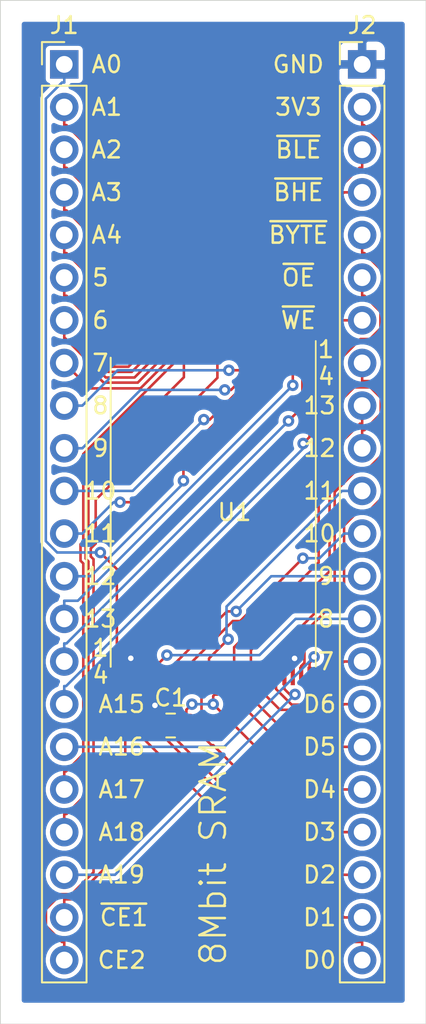
<source format=kicad_pcb>
(kicad_pcb (version 20171130) (host pcbnew 5.1.5-52549c5~84~ubuntu18.04.1)

  (general
    (thickness 1.6)
    (drawings 49)
    (tracks 326)
    (zones 0)
    (modules 4)
    (nets 48)
  )

  (page A4)
  (layers
    (0 F.Cu signal)
    (31 B.Cu signal)
    (34 B.Paste user)
    (35 F.Paste user)
    (36 B.SilkS user)
    (37 F.SilkS user)
    (38 B.Mask user)
    (39 F.Mask user)
    (41 Cmts.User user)
    (44 Edge.Cuts user)
    (45 Margin user)
    (46 B.CrtYd user)
    (47 F.CrtYd user)
  )

  (setup
    (last_trace_width 0.1524)
    (trace_clearance 0.1524)
    (zone_clearance 0.254)
    (zone_45_only yes)
    (trace_min 0.1524)
    (via_size 0.6858)
    (via_drill 0.3302)
    (via_min_size 0.6858)
    (via_min_drill 0.3302)
    (uvia_size 0.6858)
    (uvia_drill 0.3302)
    (uvias_allowed no)
    (uvia_min_size 0)
    (uvia_min_drill 0)
    (edge_width 0.05)
    (segment_width 0.2)
    (pcb_text_width 0.3)
    (pcb_text_size 1.5 1.5)
    (mod_edge_width 0.12)
    (mod_text_size 1 1)
    (mod_text_width 0.15)
    (pad_size 1.524 1.524)
    (pad_drill 0.762)
    (pad_to_mask_clearance 0.0508)
    (aux_axis_origin 0 0)
    (visible_elements FFFFFF7F)
    (pcbplotparams
      (layerselection 0x010fc_ffffffff)
      (usegerberextensions false)
      (usegerberattributes false)
      (usegerberadvancedattributes false)
      (creategerberjobfile false)
      (excludeedgelayer true)
      (linewidth 0.100000)
      (plotframeref false)
      (viasonmask false)
      (mode 1)
      (useauxorigin false)
      (hpglpennumber 1)
      (hpglpenspeed 20)
      (hpglpendiameter 15.000000)
      (psnegative false)
      (psa4output false)
      (plotreference true)
      (plotvalue true)
      (plotinvisibletext false)
      (padsonsilk false)
      (subtractmaskfromsilk false)
      (outputformat 1)
      (mirror false)
      (drillshape 1)
      (scaleselection 1)
      (outputdirectory ""))
  )

  (net 0 "")
  (net 1 +3V3)
  (net 2 GND)
  (net 3 "Net-(J1-Pad22)")
  (net 4 "Net-(J1-Pad21)")
  (net 5 "Net-(J1-Pad20)")
  (net 6 "Net-(J1-Pad19)")
  (net 7 "Net-(J1-Pad18)")
  (net 8 "Net-(J1-Pad17)")
  (net 9 "Net-(J1-Pad16)")
  (net 10 "Net-(J1-Pad15)")
  (net 11 "Net-(J1-Pad14)")
  (net 12 "Net-(J1-Pad13)")
  (net 13 "Net-(J1-Pad12)")
  (net 14 "Net-(J1-Pad11)")
  (net 15 "Net-(J1-Pad10)")
  (net 16 "Net-(J1-Pad9)")
  (net 17 "Net-(J1-Pad8)")
  (net 18 "Net-(J1-Pad7)")
  (net 19 "Net-(J1-Pad6)")
  (net 20 "Net-(J1-Pad5)")
  (net 21 "Net-(J1-Pad4)")
  (net 22 "Net-(J1-Pad3)")
  (net 23 "Net-(J1-Pad2)")
  (net 24 "Net-(J1-Pad1)")
  (net 25 "Net-(J2-Pad22)")
  (net 26 "Net-(J2-Pad21)")
  (net 27 "Net-(J2-Pad20)")
  (net 28 "Net-(J2-Pad19)")
  (net 29 "Net-(J2-Pad18)")
  (net 30 "Net-(J2-Pad17)")
  (net 31 "Net-(J2-Pad16)")
  (net 32 "Net-(J2-Pad15)")
  (net 33 "Net-(J2-Pad14)")
  (net 34 "Net-(J2-Pad13)")
  (net 35 "Net-(J2-Pad12)")
  (net 36 "Net-(J2-Pad11)")
  (net 37 "Net-(J2-Pad10)")
  (net 38 "Net-(J2-Pad9)")
  (net 39 "Net-(J2-Pad8)")
  (net 40 ~WE)
  (net 41 ~OE)
  (net 42 ~BYTE)
  (net 43 ~BHE)
  (net 44 ~BLE)
  (net 45 "Net-(U1-Pad13)")
  (net 46 "Net-(U1-Pad10)")
  (net 47 "Net-(U1-Pad9)")

  (net_class Default "This is the default net class."
    (clearance 0.1524)
    (trace_width 0.1524)
    (via_dia 0.6858)
    (via_drill 0.3302)
    (uvia_dia 0.6858)
    (uvia_drill 0.3302)
    (diff_pair_width 0.1524)
    (diff_pair_gap 0.1524)
    (add_net +3V3)
    (add_net GND)
    (add_net "Net-(J1-Pad1)")
    (add_net "Net-(J1-Pad10)")
    (add_net "Net-(J1-Pad11)")
    (add_net "Net-(J1-Pad12)")
    (add_net "Net-(J1-Pad13)")
    (add_net "Net-(J1-Pad14)")
    (add_net "Net-(J1-Pad15)")
    (add_net "Net-(J1-Pad16)")
    (add_net "Net-(J1-Pad17)")
    (add_net "Net-(J1-Pad18)")
    (add_net "Net-(J1-Pad19)")
    (add_net "Net-(J1-Pad2)")
    (add_net "Net-(J1-Pad20)")
    (add_net "Net-(J1-Pad21)")
    (add_net "Net-(J1-Pad22)")
    (add_net "Net-(J1-Pad3)")
    (add_net "Net-(J1-Pad4)")
    (add_net "Net-(J1-Pad5)")
    (add_net "Net-(J1-Pad6)")
    (add_net "Net-(J1-Pad7)")
    (add_net "Net-(J1-Pad8)")
    (add_net "Net-(J1-Pad9)")
    (add_net "Net-(J2-Pad10)")
    (add_net "Net-(J2-Pad11)")
    (add_net "Net-(J2-Pad12)")
    (add_net "Net-(J2-Pad13)")
    (add_net "Net-(J2-Pad14)")
    (add_net "Net-(J2-Pad15)")
    (add_net "Net-(J2-Pad16)")
    (add_net "Net-(J2-Pad17)")
    (add_net "Net-(J2-Pad18)")
    (add_net "Net-(J2-Pad19)")
    (add_net "Net-(J2-Pad20)")
    (add_net "Net-(J2-Pad21)")
    (add_net "Net-(J2-Pad22)")
    (add_net "Net-(J2-Pad8)")
    (add_net "Net-(J2-Pad9)")
    (add_net "Net-(U1-Pad10)")
    (add_net "Net-(U1-Pad13)")
    (add_net "Net-(U1-Pad9)")
    (add_net ~BHE)
    (add_net ~BLE)
    (add_net ~BYTE)
    (add_net ~OE)
    (add_net ~WE)
  )

  (module Package_SO:TSOP-I-48_18.4x12mm_P0.5mm (layer F.Cu) (tedit 5A02F25C) (tstamp 5DEC7E39)
    (at 110.49 86.36 270)
    (descr "TSOP I, 32 pins, 18.4x8mm body (https://www.micron.com/~/media/documents/products/technical-note/nor-flash/tn1225_land_pad_design.pdf)")
    (tags "TSOP I 32")
    (path /5DEC2ACD)
    (attr smd)
    (fp_text reference U1 (at 0 -1.27 180) (layer F.SilkS)
      (effects (font (size 1 1) (thickness 0.15)))
    )
    (fp_text value CY62157 (at 0 7 90) (layer F.Fab)
      (effects (font (size 1 1) (thickness 0.15)))
    )
    (fp_line (start -8.2 -6) (end 9.2 -6) (layer F.Fab) (width 0.1))
    (fp_line (start -9.2 6) (end -9.2 -5) (layer F.Fab) (width 0.1))
    (fp_line (start 9.2 6) (end -9.2 6) (layer F.Fab) (width 0.1))
    (fp_line (start 9.2 -6) (end 9.2 6) (layer F.Fab) (width 0.1))
    (fp_text user %R (at 0 0 90) (layer F.Fab)
      (effects (font (size 1 1) (thickness 0.15)))
    )
    (fp_line (start -8.2 -6) (end -9.2 -5) (layer F.Fab) (width 0.1))
    (fp_line (start 9.2 -6.12) (end -10.2 -6.12) (layer F.SilkS) (width 0.1))
    (fp_line (start -9.2 6.12) (end 9.2 6.12) (layer F.SilkS) (width 0.12))
    (fp_line (start -10.55 -6.25) (end 10.55 -6.25) (layer F.CrtYd) (width 0.05))
    (fp_line (start 10.55 -6.25) (end 10.55 6.25) (layer F.CrtYd) (width 0.05))
    (fp_line (start 10.55 6.25) (end -10.55 6.25) (layer F.CrtYd) (width 0.05))
    (fp_line (start -10.55 6.25) (end -10.55 -6.25) (layer F.CrtYd) (width 0.05))
    (pad 48 smd rect (at 9.75 -5.75 270) (size 1.1 0.25) (layers F.Cu F.Paste F.Mask)
      (net 8 "Net-(J1-Pad17)"))
    (pad 47 smd rect (at 9.75 -5.25 270) (size 1.1 0.25) (layers F.Cu F.Paste F.Mask)
      (net 42 ~BYTE))
    (pad 46 smd rect (at 9.75 -4.75 270) (size 1.1 0.25) (layers F.Cu F.Paste F.Mask)
      (net 2 GND))
    (pad 45 smd rect (at 9.75 -4.25 270) (size 1.1 0.25) (layers F.Cu F.Paste F.Mask)
      (net 5 "Net-(J1-Pad20)"))
    (pad 44 smd rect (at 9.75 -3.75 270) (size 1.1 0.25) (layers F.Cu F.Paste F.Mask)
      (net 32 "Net-(J2-Pad15)"))
    (pad 43 smd rect (at 9.75 -3.25 270) (size 1.1 0.25) (layers F.Cu F.Paste F.Mask)
      (net 39 "Net-(J2-Pad8)"))
    (pad 42 smd rect (at 9.75 -2.75 270) (size 1.1 0.25) (layers F.Cu F.Paste F.Mask)
      (net 31 "Net-(J2-Pad16)"))
    (pad 41 smd rect (at 9.75 -2.25 270) (size 1.1 0.25) (layers F.Cu F.Paste F.Mask)
      (net 38 "Net-(J2-Pad9)"))
    (pad 40 smd rect (at 9.75 -1.75 270) (size 1.1 0.25) (layers F.Cu F.Paste F.Mask)
      (net 30 "Net-(J2-Pad17)"))
    (pad 39 smd rect (at 9.75 -1.25 270) (size 1.1 0.25) (layers F.Cu F.Paste F.Mask)
      (net 37 "Net-(J2-Pad10)"))
    (pad 38 smd rect (at 9.75 -0.75 270) (size 1.1 0.25) (layers F.Cu F.Paste F.Mask)
      (net 29 "Net-(J2-Pad18)"))
    (pad 37 smd rect (at 9.75 -0.25 270) (size 1.1 0.25) (layers F.Cu F.Paste F.Mask)
      (net 1 +3V3))
    (pad 36 smd rect (at 9.75 0.25 270) (size 1.1 0.25) (layers F.Cu F.Paste F.Mask)
      (net 36 "Net-(J2-Pad11)"))
    (pad 35 smd rect (at 9.75 0.75 270) (size 1.1 0.25) (layers F.Cu F.Paste F.Mask)
      (net 28 "Net-(J2-Pad19)"))
    (pad 34 smd rect (at 9.75 1.25 270) (size 1.1 0.25) (layers F.Cu F.Paste F.Mask)
      (net 35 "Net-(J2-Pad12)"))
    (pad 33 smd rect (at 9.75 1.75 270) (size 1.1 0.25) (layers F.Cu F.Paste F.Mask)
      (net 27 "Net-(J2-Pad20)"))
    (pad 32 smd rect (at 9.75 2.25 270) (size 1.1 0.25) (layers F.Cu F.Paste F.Mask)
      (net 34 "Net-(J2-Pad13)"))
    (pad 31 smd rect (at 9.75 2.75 270) (size 1.1 0.25) (layers F.Cu F.Paste F.Mask)
      (net 26 "Net-(J2-Pad21)"))
    (pad 30 smd rect (at 9.75 3.25 270) (size 1.1 0.25) (layers F.Cu F.Paste F.Mask)
      (net 33 "Net-(J2-Pad14)"))
    (pad 29 smd rect (at 9.75 3.75 270) (size 1.1 0.25) (layers F.Cu F.Paste F.Mask)
      (net 25 "Net-(J2-Pad22)"))
    (pad 28 smd rect (at 9.75 4.25 270) (size 1.1 0.25) (layers F.Cu F.Paste F.Mask)
      (net 41 ~OE))
    (pad 27 smd rect (at 9.75 4.75 270) (size 1.1 0.25) (layers F.Cu F.Paste F.Mask)
      (net 2 GND))
    (pad 26 smd rect (at 9.75 5.25 270) (size 1.1 0.25) (layers F.Cu F.Paste F.Mask)
      (net 4 "Net-(J1-Pad21)"))
    (pad 24 smd rect (at -9.75 5.75 270) (size 1.1 0.25) (layers F.Cu F.Paste F.Mask)
      (net 23 "Net-(J1-Pad2)"))
    (pad 23 smd rect (at -9.75 5.25 270) (size 1.1 0.25) (layers F.Cu F.Paste F.Mask)
      (net 22 "Net-(J1-Pad3)"))
    (pad 22 smd rect (at -9.75 4.75 270) (size 1.1 0.25) (layers F.Cu F.Paste F.Mask)
      (net 21 "Net-(J1-Pad4)"))
    (pad 21 smd rect (at -9.75 4.25 270) (size 1.1 0.25) (layers F.Cu F.Paste F.Mask)
      (net 20 "Net-(J1-Pad5)"))
    (pad 20 smd rect (at -9.75 3.75 270) (size 1.1 0.25) (layers F.Cu F.Paste F.Mask)
      (net 19 "Net-(J1-Pad6)"))
    (pad 19 smd rect (at -9.75 3.25 270) (size 1.1 0.25) (layers F.Cu F.Paste F.Mask)
      (net 18 "Net-(J1-Pad7)"))
    (pad 18 smd rect (at -9.75 2.75 270) (size 1.1 0.25) (layers F.Cu F.Paste F.Mask)
      (net 17 "Net-(J1-Pad8)"))
    (pad 17 smd rect (at -9.75 2.25 270) (size 1.1 0.25) (layers F.Cu F.Paste F.Mask)
      (net 7 "Net-(J1-Pad18)"))
    (pad 16 smd rect (at -9.75 1.75 270) (size 1.1 0.25) (layers F.Cu F.Paste F.Mask)
      (net 6 "Net-(J1-Pad19)"))
    (pad 15 smd rect (at -9.75 1.25 270) (size 1.1 0.25) (layers F.Cu F.Paste F.Mask)
      (net 44 ~BLE))
    (pad 14 smd rect (at -9.75 0.75 270) (size 1.1 0.25) (layers F.Cu F.Paste F.Mask)
      (net 43 ~BHE))
    (pad 13 smd rect (at -9.75 0.25 270) (size 1.1 0.25) (layers F.Cu F.Paste F.Mask)
      (net 45 "Net-(U1-Pad13)"))
    (pad 12 smd rect (at -9.75 -0.25 270) (size 1.1 0.25) (layers F.Cu F.Paste F.Mask)
      (net 3 "Net-(J1-Pad22)"))
    (pad 11 smd rect (at -9.75 -0.75 270) (size 1.1 0.25) (layers F.Cu F.Paste F.Mask)
      (net 40 ~WE))
    (pad 10 smd rect (at -9.75 -1.25 270) (size 1.1 0.25) (layers F.Cu F.Paste F.Mask)
      (net 46 "Net-(U1-Pad10)"))
    (pad 9 smd rect (at -9.75 -1.75 270) (size 1.1 0.25) (layers F.Cu F.Paste F.Mask)
      (net 47 "Net-(U1-Pad9)"))
    (pad 8 smd rect (at -9.75 -2.25 270) (size 1.1 0.25) (layers F.Cu F.Paste F.Mask)
      (net 16 "Net-(J1-Pad9)"))
    (pad 7 smd rect (at -9.75 -2.75 270) (size 1.1 0.25) (layers F.Cu F.Paste F.Mask)
      (net 15 "Net-(J1-Pad10)"))
    (pad 6 smd rect (at -9.75 -3.25 270) (size 1.1 0.25) (layers F.Cu F.Paste F.Mask)
      (net 14 "Net-(J1-Pad11)"))
    (pad 5 smd rect (at -9.75 -3.75 270) (size 1.1 0.25) (layers F.Cu F.Paste F.Mask)
      (net 13 "Net-(J1-Pad12)"))
    (pad 4 smd rect (at -9.75 -4.25 270) (size 1.1 0.25) (layers F.Cu F.Paste F.Mask)
      (net 12 "Net-(J1-Pad13)"))
    (pad 3 smd rect (at -9.75 -4.75 270) (size 1.1 0.25) (layers F.Cu F.Paste F.Mask)
      (net 11 "Net-(J1-Pad14)"))
    (pad 2 smd rect (at -9.75 -5.25 270) (size 1.1 0.25) (layers F.Cu F.Paste F.Mask)
      (net 10 "Net-(J1-Pad15)"))
    (pad 25 smd rect (at 9.75 5.75 270) (size 1.1 0.25) (layers F.Cu F.Paste F.Mask)
      (net 24 "Net-(J1-Pad1)"))
    (pad 1 smd rect (at -9.75 -5.75 270) (size 1.1 0.25) (layers F.Cu F.Paste F.Mask)
      (net 9 "Net-(J1-Pad16)"))
    (model ${KISYS3DMOD}/Package_SO.3dshapes/TSOP-I-48_18.4x12mm_P0.5mm.wrl
      (at (xyz 0 0 0))
      (scale (xyz 1 1 1))
      (rotate (xyz 0 0 0))
    )
  )

  (module Connector_PinHeader_2.54mm:PinHeader_1x22_P2.54mm_Vertical (layer F.Cu) (tedit 59FED5CC) (tstamp 5DEC7DCF)
    (at 101.6 59.69)
    (descr "Through hole straight pin header, 1x22, 2.54mm pitch, single row")
    (tags "Through hole pin header THT 1x22 2.54mm single row")
    (path /5DEC4858)
    (fp_text reference J1 (at 0 -2.33) (layer F.SilkS)
      (effects (font (size 1 1) (thickness 0.15)))
    )
    (fp_text value Conn_01x22_Male (at 0 55.67) (layer F.Fab)
      (effects (font (size 1 1) (thickness 0.15)))
    )
    (fp_text user %R (at 0 26.67 90) (layer F.Fab)
      (effects (font (size 1 1) (thickness 0.15)))
    )
    (fp_line (start 1.8 -1.8) (end -1.8 -1.8) (layer F.CrtYd) (width 0.05))
    (fp_line (start 1.8 55.15) (end 1.8 -1.8) (layer F.CrtYd) (width 0.05))
    (fp_line (start -1.8 55.15) (end 1.8 55.15) (layer F.CrtYd) (width 0.05))
    (fp_line (start -1.8 -1.8) (end -1.8 55.15) (layer F.CrtYd) (width 0.05))
    (fp_line (start -1.33 -1.33) (end 0 -1.33) (layer F.SilkS) (width 0.12))
    (fp_line (start -1.33 0) (end -1.33 -1.33) (layer F.SilkS) (width 0.12))
    (fp_line (start -1.33 1.27) (end 1.33 1.27) (layer F.SilkS) (width 0.12))
    (fp_line (start 1.33 1.27) (end 1.33 54.67) (layer F.SilkS) (width 0.12))
    (fp_line (start -1.33 1.27) (end -1.33 54.67) (layer F.SilkS) (width 0.12))
    (fp_line (start -1.33 54.67) (end 1.33 54.67) (layer F.SilkS) (width 0.12))
    (fp_line (start -1.27 -0.635) (end -0.635 -1.27) (layer F.Fab) (width 0.1))
    (fp_line (start -1.27 54.61) (end -1.27 -0.635) (layer F.Fab) (width 0.1))
    (fp_line (start 1.27 54.61) (end -1.27 54.61) (layer F.Fab) (width 0.1))
    (fp_line (start 1.27 -1.27) (end 1.27 54.61) (layer F.Fab) (width 0.1))
    (fp_line (start -0.635 -1.27) (end 1.27 -1.27) (layer F.Fab) (width 0.1))
    (pad 22 thru_hole oval (at 0 53.34) (size 1.7 1.7) (drill 1) (layers *.Cu *.Mask)
      (net 3 "Net-(J1-Pad22)"))
    (pad 21 thru_hole oval (at 0 50.8) (size 1.7 1.7) (drill 1) (layers *.Cu *.Mask)
      (net 4 "Net-(J1-Pad21)"))
    (pad 20 thru_hole oval (at 0 48.26) (size 1.7 1.7) (drill 1) (layers *.Cu *.Mask)
      (net 5 "Net-(J1-Pad20)"))
    (pad 19 thru_hole oval (at 0 45.72) (size 1.7 1.7) (drill 1) (layers *.Cu *.Mask)
      (net 6 "Net-(J1-Pad19)"))
    (pad 18 thru_hole oval (at 0 43.18) (size 1.7 1.7) (drill 1) (layers *.Cu *.Mask)
      (net 7 "Net-(J1-Pad18)"))
    (pad 17 thru_hole oval (at 0 40.64) (size 1.7 1.7) (drill 1) (layers *.Cu *.Mask)
      (net 8 "Net-(J1-Pad17)"))
    (pad 16 thru_hole oval (at 0 38.1) (size 1.7 1.7) (drill 1) (layers *.Cu *.Mask)
      (net 9 "Net-(J1-Pad16)"))
    (pad 15 thru_hole oval (at 0 35.56) (size 1.7 1.7) (drill 1) (layers *.Cu *.Mask)
      (net 10 "Net-(J1-Pad15)"))
    (pad 14 thru_hole oval (at 0 33.02) (size 1.7 1.7) (drill 1) (layers *.Cu *.Mask)
      (net 11 "Net-(J1-Pad14)"))
    (pad 13 thru_hole oval (at 0 30.48) (size 1.7 1.7) (drill 1) (layers *.Cu *.Mask)
      (net 12 "Net-(J1-Pad13)"))
    (pad 12 thru_hole oval (at 0 27.94) (size 1.7 1.7) (drill 1) (layers *.Cu *.Mask)
      (net 13 "Net-(J1-Pad12)"))
    (pad 11 thru_hole oval (at 0 25.4) (size 1.7 1.7) (drill 1) (layers *.Cu *.Mask)
      (net 14 "Net-(J1-Pad11)"))
    (pad 10 thru_hole oval (at 0 22.86) (size 1.7 1.7) (drill 1) (layers *.Cu *.Mask)
      (net 15 "Net-(J1-Pad10)"))
    (pad 9 thru_hole oval (at 0 20.32) (size 1.7 1.7) (drill 1) (layers *.Cu *.Mask)
      (net 16 "Net-(J1-Pad9)"))
    (pad 8 thru_hole oval (at 0 17.78) (size 1.7 1.7) (drill 1) (layers *.Cu *.Mask)
      (net 17 "Net-(J1-Pad8)"))
    (pad 7 thru_hole oval (at 0 15.24) (size 1.7 1.7) (drill 1) (layers *.Cu *.Mask)
      (net 18 "Net-(J1-Pad7)"))
    (pad 6 thru_hole oval (at 0 12.7) (size 1.7 1.7) (drill 1) (layers *.Cu *.Mask)
      (net 19 "Net-(J1-Pad6)"))
    (pad 5 thru_hole oval (at 0 10.16) (size 1.7 1.7) (drill 1) (layers *.Cu *.Mask)
      (net 20 "Net-(J1-Pad5)"))
    (pad 4 thru_hole oval (at 0 7.62) (size 1.7 1.7) (drill 1) (layers *.Cu *.Mask)
      (net 21 "Net-(J1-Pad4)"))
    (pad 3 thru_hole oval (at 0 5.08) (size 1.7 1.7) (drill 1) (layers *.Cu *.Mask)
      (net 22 "Net-(J1-Pad3)"))
    (pad 2 thru_hole oval (at 0 2.54) (size 1.7 1.7) (drill 1) (layers *.Cu *.Mask)
      (net 23 "Net-(J1-Pad2)"))
    (pad 1 thru_hole rect (at 0 0) (size 1.7 1.7) (drill 1) (layers *.Cu *.Mask)
      (net 24 "Net-(J1-Pad1)"))
    (model ${KISYS3DMOD}/Connector_PinHeader_2.54mm.3dshapes/PinHeader_1x22_P2.54mm_Vertical.wrl
      (at (xyz 0 0 0))
      (scale (xyz 1 1 1))
      (rotate (xyz 0 0 0))
    )
  )

  (module Connector_PinHeader_2.54mm:PinHeader_1x22_P2.54mm_Vertical (layer F.Cu) (tedit 59FED5CC) (tstamp 5DEC7DF9)
    (at 119.38 59.69)
    (descr "Through hole straight pin header, 1x22, 2.54mm pitch, single row")
    (tags "Through hole pin header THT 1x22 2.54mm single row")
    (path /5DECA18A)
    (fp_text reference J2 (at 0 -2.33) (layer F.SilkS)
      (effects (font (size 1 1) (thickness 0.15)))
    )
    (fp_text value Conn_01x22_Male (at 0 55.67) (layer F.Fab)
      (effects (font (size 1 1) (thickness 0.15)))
    )
    (fp_text user %R (at 0 26.67 90) (layer F.Fab)
      (effects (font (size 1 1) (thickness 0.15)))
    )
    (fp_line (start 1.8 -1.8) (end -1.8 -1.8) (layer F.CrtYd) (width 0.05))
    (fp_line (start 1.8 55.15) (end 1.8 -1.8) (layer F.CrtYd) (width 0.05))
    (fp_line (start -1.8 55.15) (end 1.8 55.15) (layer F.CrtYd) (width 0.05))
    (fp_line (start -1.8 -1.8) (end -1.8 55.15) (layer F.CrtYd) (width 0.05))
    (fp_line (start -1.33 -1.33) (end 0 -1.33) (layer F.SilkS) (width 0.12))
    (fp_line (start -1.33 0) (end -1.33 -1.33) (layer F.SilkS) (width 0.12))
    (fp_line (start -1.33 1.27) (end 1.33 1.27) (layer F.SilkS) (width 0.12))
    (fp_line (start 1.33 1.27) (end 1.33 54.67) (layer F.SilkS) (width 0.12))
    (fp_line (start -1.33 1.27) (end -1.33 54.67) (layer F.SilkS) (width 0.12))
    (fp_line (start -1.33 54.67) (end 1.33 54.67) (layer F.SilkS) (width 0.12))
    (fp_line (start -1.27 -0.635) (end -0.635 -1.27) (layer F.Fab) (width 0.1))
    (fp_line (start -1.27 54.61) (end -1.27 -0.635) (layer F.Fab) (width 0.1))
    (fp_line (start 1.27 54.61) (end -1.27 54.61) (layer F.Fab) (width 0.1))
    (fp_line (start 1.27 -1.27) (end 1.27 54.61) (layer F.Fab) (width 0.1))
    (fp_line (start -0.635 -1.27) (end 1.27 -1.27) (layer F.Fab) (width 0.1))
    (pad 22 thru_hole oval (at 0 53.34) (size 1.7 1.7) (drill 1) (layers *.Cu *.Mask)
      (net 25 "Net-(J2-Pad22)"))
    (pad 21 thru_hole oval (at 0 50.8) (size 1.7 1.7) (drill 1) (layers *.Cu *.Mask)
      (net 26 "Net-(J2-Pad21)"))
    (pad 20 thru_hole oval (at 0 48.26) (size 1.7 1.7) (drill 1) (layers *.Cu *.Mask)
      (net 27 "Net-(J2-Pad20)"))
    (pad 19 thru_hole oval (at 0 45.72) (size 1.7 1.7) (drill 1) (layers *.Cu *.Mask)
      (net 28 "Net-(J2-Pad19)"))
    (pad 18 thru_hole oval (at 0 43.18) (size 1.7 1.7) (drill 1) (layers *.Cu *.Mask)
      (net 29 "Net-(J2-Pad18)"))
    (pad 17 thru_hole oval (at 0 40.64) (size 1.7 1.7) (drill 1) (layers *.Cu *.Mask)
      (net 30 "Net-(J2-Pad17)"))
    (pad 16 thru_hole oval (at 0 38.1) (size 1.7 1.7) (drill 1) (layers *.Cu *.Mask)
      (net 31 "Net-(J2-Pad16)"))
    (pad 15 thru_hole oval (at 0 35.56) (size 1.7 1.7) (drill 1) (layers *.Cu *.Mask)
      (net 32 "Net-(J2-Pad15)"))
    (pad 14 thru_hole oval (at 0 33.02) (size 1.7 1.7) (drill 1) (layers *.Cu *.Mask)
      (net 33 "Net-(J2-Pad14)"))
    (pad 13 thru_hole oval (at 0 30.48) (size 1.7 1.7) (drill 1) (layers *.Cu *.Mask)
      (net 34 "Net-(J2-Pad13)"))
    (pad 12 thru_hole oval (at 0 27.94) (size 1.7 1.7) (drill 1) (layers *.Cu *.Mask)
      (net 35 "Net-(J2-Pad12)"))
    (pad 11 thru_hole oval (at 0 25.4) (size 1.7 1.7) (drill 1) (layers *.Cu *.Mask)
      (net 36 "Net-(J2-Pad11)"))
    (pad 10 thru_hole oval (at 0 22.86) (size 1.7 1.7) (drill 1) (layers *.Cu *.Mask)
      (net 37 "Net-(J2-Pad10)"))
    (pad 9 thru_hole oval (at 0 20.32) (size 1.7 1.7) (drill 1) (layers *.Cu *.Mask)
      (net 38 "Net-(J2-Pad9)"))
    (pad 8 thru_hole oval (at 0 17.78) (size 1.7 1.7) (drill 1) (layers *.Cu *.Mask)
      (net 39 "Net-(J2-Pad8)"))
    (pad 7 thru_hole oval (at 0 15.24) (size 1.7 1.7) (drill 1) (layers *.Cu *.Mask)
      (net 40 ~WE))
    (pad 6 thru_hole oval (at 0 12.7) (size 1.7 1.7) (drill 1) (layers *.Cu *.Mask)
      (net 41 ~OE))
    (pad 5 thru_hole oval (at 0 10.16) (size 1.7 1.7) (drill 1) (layers *.Cu *.Mask)
      (net 42 ~BYTE))
    (pad 4 thru_hole oval (at 0 7.62) (size 1.7 1.7) (drill 1) (layers *.Cu *.Mask)
      (net 43 ~BHE))
    (pad 3 thru_hole oval (at 0 5.08) (size 1.7 1.7) (drill 1) (layers *.Cu *.Mask)
      (net 44 ~BLE))
    (pad 2 thru_hole oval (at 0 2.54) (size 1.7 1.7) (drill 1) (layers *.Cu *.Mask)
      (net 1 +3V3))
    (pad 1 thru_hole rect (at 0 0) (size 1.7 1.7) (drill 1) (layers *.Cu *.Mask)
      (net 2 GND))
    (model ${KISYS3DMOD}/Connector_PinHeader_2.54mm.3dshapes/PinHeader_1x22_P2.54mm_Vertical.wrl
      (at (xyz 0 0 0))
      (scale (xyz 1 1 1))
      (rotate (xyz 0 0 0))
    )
  )

  (module Capacitor_SMD:C_0805_2012Metric (layer F.Cu) (tedit 5B36C52B) (tstamp 5DEC7DA5)
    (at 107.95 99.06)
    (descr "Capacitor SMD 0805 (2012 Metric), square (rectangular) end terminal, IPC_7351 nominal, (Body size source: https://docs.google.com/spreadsheets/d/1BsfQQcO9C6DZCsRaXUlFlo91Tg2WpOkGARC1WS5S8t0/edit?usp=sharing), generated with kicad-footprint-generator")
    (tags capacitor)
    (path /5DEDCBD4)
    (attr smd)
    (fp_text reference C1 (at 0 -1.65) (layer F.SilkS)
      (effects (font (size 1 1) (thickness 0.15)))
    )
    (fp_text value 0.1uF (at 0 1.65) (layer F.Fab)
      (effects (font (size 1 1) (thickness 0.15)))
    )
    (fp_text user %R (at 0 0) (layer F.Fab)
      (effects (font (size 0.5 0.5) (thickness 0.08)))
    )
    (fp_line (start 1.68 0.95) (end -1.68 0.95) (layer F.CrtYd) (width 0.05))
    (fp_line (start 1.68 -0.95) (end 1.68 0.95) (layer F.CrtYd) (width 0.05))
    (fp_line (start -1.68 -0.95) (end 1.68 -0.95) (layer F.CrtYd) (width 0.05))
    (fp_line (start -1.68 0.95) (end -1.68 -0.95) (layer F.CrtYd) (width 0.05))
    (fp_line (start -0.258578 0.71) (end 0.258578 0.71) (layer F.SilkS) (width 0.12))
    (fp_line (start -0.258578 -0.71) (end 0.258578 -0.71) (layer F.SilkS) (width 0.12))
    (fp_line (start 1 0.6) (end -1 0.6) (layer F.Fab) (width 0.1))
    (fp_line (start 1 -0.6) (end 1 0.6) (layer F.Fab) (width 0.1))
    (fp_line (start -1 -0.6) (end 1 -0.6) (layer F.Fab) (width 0.1))
    (fp_line (start -1 0.6) (end -1 -0.6) (layer F.Fab) (width 0.1))
    (pad 2 smd roundrect (at 0.9375 0) (size 0.975 1.4) (layers F.Cu F.Paste F.Mask) (roundrect_rratio 0.25)
      (net 1 +3V3))
    (pad 1 smd roundrect (at -0.9375 0) (size 0.975 1.4) (layers F.Cu F.Paste F.Mask) (roundrect_rratio 0.25)
      (net 2 GND))
    (model ${KISYS3DMOD}/Capacitor_SMD.3dshapes/C_0805_2012Metric.wrl
      (at (xyz 0 0 0))
      (scale (xyz 1 1 1))
      (rotate (xyz 0 0 0))
    )
  )

  (gr_text "8Mbit SRAM" (at 110.49 106.68 90) (layer F.SilkS)
    (effects (font (size 1.524 1.524) (thickness 0.15)))
  )
  (gr_text "CE2 " (at 105.41 113.03) (layer F.SilkS)
    (effects (font (size 1 1) (thickness 0.15)))
  )
  (gr_text " ~CE1" (at 102.87 110.49) (layer F.SilkS)
    (effects (font (size 1 1) (thickness 0.15)) (justify left))
  )
  (gr_text "A19 " (at 105.41 107.95) (layer F.SilkS)
    (effects (font (size 1 1) (thickness 0.15)))
  )
  (gr_text "A18 " (at 105.41 105.41) (layer F.SilkS)
    (effects (font (size 1 1) (thickness 0.15)))
  )
  (gr_text "A17 " (at 105.41 102.87) (layer F.SilkS)
    (effects (font (size 1 1) (thickness 0.15)))
  )
  (gr_text "A16 " (at 105.41 100.33) (layer F.SilkS)
    (effects (font (size 1 1) (thickness 0.15)))
  )
  (gr_text "1 \n4 " (at 104.14 95.25) (layer F.SilkS)
    (effects (font (size 1 1) (thickness 0.15)))
  )
  (gr_text "A15 " (at 105.41 97.79) (layer F.SilkS)
    (effects (font (size 1 1) (thickness 0.15)))
  )
  (gr_text "13 " (at 104.14 92.71) (layer F.SilkS)
    (effects (font (size 1 1) (thickness 0.15)))
  )
  (gr_text "12 " (at 104.14 90.17) (layer F.SilkS)
    (effects (font (size 1 1) (thickness 0.15)))
  )
  (gr_text "11 " (at 104.14 87.63) (layer F.SilkS)
    (effects (font (size 1 1) (thickness 0.15)))
  )
  (gr_text "10 " (at 104.14 85.09) (layer F.SilkS)
    (effects (font (size 1 1) (thickness 0.15)))
  )
  (gr_text "9 " (at 104.14 82.55) (layer F.SilkS)
    (effects (font (size 1 1) (thickness 0.15)))
  )
  (gr_text "8 " (at 104.14 80.01) (layer F.SilkS)
    (effects (font (size 1 1) (thickness 0.15)))
  )
  (gr_text "7 " (at 104.14 77.47) (layer F.SilkS)
    (effects (font (size 1 1) (thickness 0.15)))
  )
  (gr_text "6 " (at 104.14 74.93) (layer F.SilkS)
    (effects (font (size 1 1) (thickness 0.15)))
  )
  (gr_text "5 " (at 104.14 72.39) (layer F.SilkS)
    (effects (font (size 1 1) (thickness 0.15)))
  )
  (gr_text A4 (at 104.14 69.85) (layer F.SilkS)
    (effects (font (size 1 1) (thickness 0.15)))
  )
  (gr_text A3 (at 104.14 67.31) (layer F.SilkS)
    (effects (font (size 1 1) (thickness 0.15)))
  )
  (gr_text A2 (at 104.14 64.77) (layer F.SilkS)
    (effects (font (size 1 1) (thickness 0.15)))
  )
  (gr_text A1 (at 104.14 62.23) (layer F.SilkS)
    (effects (font (size 1 1) (thickness 0.15)))
  )
  (gr_text A0 (at 104.14 59.69) (layer F.SilkS)
    (effects (font (size 1 1) (thickness 0.15)))
  )
  (gr_text " 1\n 4" (at 116.84 77.47) (layer F.SilkS)
    (effects (font (size 1 1) (thickness 0.15)))
  )
  (gr_text 13 (at 116.84 80.01) (layer F.SilkS)
    (effects (font (size 1 1) (thickness 0.15)))
  )
  (gr_text 12 (at 116.84 82.55) (layer F.SilkS)
    (effects (font (size 1 1) (thickness 0.15)))
  )
  (gr_text 11 (at 116.84 85.09) (layer F.SilkS)
    (effects (font (size 1 1) (thickness 0.15)))
  )
  (gr_text 10 (at 116.84 87.63) (layer F.SilkS)
    (effects (font (size 1 1) (thickness 0.15)))
  )
  (gr_text " 9" (at 116.84 90.17) (layer F.SilkS)
    (effects (font (size 1 1) (thickness 0.15)))
  )
  (gr_text " 8" (at 116.84 92.71) (layer F.SilkS)
    (effects (font (size 1 1) (thickness 0.15)))
  )
  (gr_text " 7" (at 116.84 95.25) (layer F.SilkS)
    (effects (font (size 1 1) (thickness 0.15)))
  )
  (gr_text D6 (at 116.84 97.79) (layer F.SilkS)
    (effects (font (size 1 1) (thickness 0.15)))
  )
  (gr_text D5 (at 116.84 100.33) (layer F.SilkS)
    (effects (font (size 1 1) (thickness 0.15)))
  )
  (gr_text D4 (at 116.84 102.87) (layer F.SilkS)
    (effects (font (size 1 1) (thickness 0.15)))
  )
  (gr_text D3 (at 116.84 105.41) (layer F.SilkS)
    (effects (font (size 1 1) (thickness 0.15)))
  )
  (gr_text D2 (at 116.84 107.95) (layer F.SilkS)
    (effects (font (size 1 1) (thickness 0.15)))
  )
  (gr_text "D1\n" (at 116.84 110.49) (layer F.SilkS)
    (effects (font (size 1 1) (thickness 0.15)))
  )
  (gr_text D0 (at 116.84 113.03) (layer F.SilkS)
    (effects (font (size 1 1) (thickness 0.15)))
  )
  (gr_text ~WE (at 115.57 74.93) (layer F.SilkS)
    (effects (font (size 1 1) (thickness 0.15)))
  )
  (gr_text ~OE (at 115.57 72.39) (layer F.SilkS)
    (effects (font (size 1 1) (thickness 0.15)))
  )
  (gr_text ~BYTE (at 115.57 69.85) (layer F.SilkS)
    (effects (font (size 1 1) (thickness 0.15)))
  )
  (gr_text ~BHE (at 115.57 67.31) (layer F.SilkS)
    (effects (font (size 1 1) (thickness 0.15)))
  )
  (gr_text ~BLE (at 115.57 64.77) (layer F.SilkS)
    (effects (font (size 1 1) (thickness 0.15)))
  )
  (gr_text 3V3 (at 115.57 62.23) (layer F.SilkS)
    (effects (font (size 1 1) (thickness 0.15)))
  )
  (gr_text GND (at 115.57 59.69) (layer F.SilkS)
    (effects (font (size 1 1) (thickness 0.15)))
  )
  (gr_line (start 97.79 116.84) (end 97.79 55.88) (layer Edge.Cuts) (width 0.05) (tstamp 5DEC8732))
  (gr_line (start 123.19 116.84) (end 97.79 116.84) (layer Edge.Cuts) (width 0.05))
  (gr_line (start 123.19 55.88) (end 123.19 116.84) (layer Edge.Cuts) (width 0.05))
  (gr_line (start 97.79 55.88) (end 123.19 55.88) (layer Edge.Cuts) (width 0.05))

  (segment (start 121.4029 102.3865) (end 121.4029 65.22) (width 0.1524) (layer F.Cu) (net 1))
  (segment (start 121.4029 65.22) (end 119.4918 63.3089) (width 0.1524) (layer F.Cu) (net 1))
  (segment (start 119.4918 63.3089) (end 119.38 63.3089) (width 0.1524) (layer F.Cu) (net 1))
  (segment (start 119.38 62.23) (end 119.38 63.3089) (width 0.1524) (layer F.Cu) (net 1))
  (segment (start 108.8875 99.06) (end 108.8875 98.1225) (width 0.1524) (layer F.Cu) (net 1))
  (segment (start 108.8875 98.1225) (end 109.22 97.79) (width 0.1524) (layer F.Cu) (net 1))
  (segment (start 109.22 97.79) (end 109.22 97.79) (width 0.1524) (layer F.Cu) (net 1) (tstamp 5DED31D1))
  (via (at 109.22 97.79) (size 0.6858) (drill 0.3302) (layers F.Cu B.Cu) (net 1))
  (segment (start 105.5708 95.0567) (end 105.74 95.2259) (width 0.1524) (layer F.Cu) (net 2))
  (segment (start 105.74 95.2259) (end 105.74 96.11) (width 0.1524) (layer F.Cu) (net 2))
  (segment (start 115.346 95.0631) (end 115.346 95.2251) (width 0.1524) (layer F.Cu) (net 2))
  (segment (start 115.346 95.2251) (end 115.24 95.3311) (width 0.1524) (layer F.Cu) (net 2))
  (segment (start 107.0125 97.8616) (end 107.0125 99.06) (width 0.1524) (layer F.Cu) (net 2))
  (segment (start 115.24 96.11) (end 115.24 95.3311) (width 0.1524) (layer F.Cu) (net 2))
  (via (at 105.5708 95.0567) (size 0.6858) (layers F.Cu B.Cu) (net 2))
  (via (at 107.0125 97.8616) (size 0.6858) (layers F.Cu B.Cu) (net 2))
  (via (at 115.346 95.0631) (size 0.6858) (layers F.Cu B.Cu) (net 2))
  (via (at 110.49 97.79) (size 0.6858) (drill 0.3302) (layers F.Cu B.Cu) (net 1))
  (segment (start 110.49 97.305067) (end 110.49 97.79) (width 0.1524) (layer F.Cu) (net 1))
  (segment (start 110.576568 97.218499) (end 110.49 97.305067) (width 0.1524) (layer F.Cu) (net 1))
  (segment (start 110.74 97.218499) (end 110.576568 97.218499) (width 0.1524) (layer F.Cu) (net 1))
  (segment (start 110.74 96.11) (end 110.74 97.218499) (width 0.1524) (layer F.Cu) (net 1))
  (segment (start 110.49 97.79) (end 109.22 97.79) (width 0.1524) (layer B.Cu) (net 1))
  (segment (start 120.65 104.14) (end 120.65 102.87) (width 0.1524) (layer F.Cu) (net 1))
  (segment (start 110.49 97.79) (end 116.84 104.14) (width 0.1524) (layer F.Cu) (net 1))
  (segment (start 116.84 104.14) (end 120.65 104.14) (width 0.1524) (layer F.Cu) (net 1))
  (segment (start 120.9194 102.87) (end 121.4029 102.3865) (width 0.1524) (layer F.Cu) (net 1))
  (segment (start 120.65 102.87) (end 120.9194 102.87) (width 0.1524) (layer F.Cu) (net 1))
  (segment (start 110.74 76.61) (end 110.74 78.3559) (width 0.1524) (layer F.Cu) (net 3))
  (segment (start 110.74 78.3559) (end 103.4764 85.6195) (width 0.1524) (layer F.Cu) (net 3))
  (segment (start 103.4764 85.6195) (end 103.4764 88.2257) (width 0.1524) (layer F.Cu) (net 3))
  (segment (start 103.4764 88.2257) (end 103.1823 88.5198) (width 0.1524) (layer F.Cu) (net 3))
  (segment (start 103.1823 88.5198) (end 103.1823 88.9936) (width 0.1524) (layer F.Cu) (net 3))
  (segment (start 103.1823 88.9936) (end 103.3477 89.159) (width 0.1524) (layer F.Cu) (net 3))
  (segment (start 103.3477 89.159) (end 103.3477 107.7983) (width 0.1524) (layer F.Cu) (net 3))
  (segment (start 103.3477 107.7983) (end 102.0434 109.1026) (width 0.1524) (layer F.Cu) (net 3))
  (segment (start 102.0434 109.1026) (end 101.4029 109.1026) (width 0.1524) (layer F.Cu) (net 3))
  (segment (start 101.4029 109.1026) (end 100.508 109.9975) (width 0.1524) (layer F.Cu) (net 3))
  (segment (start 100.508 109.9975) (end 100.508 110.994) (width 0.1524) (layer F.Cu) (net 3))
  (segment (start 100.508 110.994) (end 101.4651 111.9511) (width 0.1524) (layer F.Cu) (net 3))
  (segment (start 101.4651 111.9511) (end 101.6 111.9511) (width 0.1524) (layer F.Cu) (net 3))
  (segment (start 101.6 113.03) (end 101.6 111.9511) (width 0.1524) (layer F.Cu) (net 3))
  (segment (start 101.6 109.4111) (end 102.1665 109.4111) (width 0.1524) (layer F.Cu) (net 4))
  (segment (start 102.1665 109.4111) (end 105.24 106.3376) (width 0.1524) (layer F.Cu) (net 4))
  (segment (start 105.24 106.3376) (end 105.24 96.11) (width 0.1524) (layer F.Cu) (net 4))
  (segment (start 101.6 110.49) (end 101.6 109.4111) (width 0.1524) (layer F.Cu) (net 4))
  (segment (start 114.74 96.11) (end 114.74 96.8889) (width 0.1524) (layer F.Cu) (net 5))
  (segment (start 115.3698 97.2093) (end 115.0604 97.2093) (width 0.1524) (layer F.Cu) (net 5))
  (segment (start 115.0604 97.2093) (end 114.74 96.8889) (width 0.1524) (layer F.Cu) (net 5))
  (segment (start 102.6789 107.95) (end 104.6291 107.95) (width 0.1524) (layer B.Cu) (net 5))
  (segment (start 104.6291 107.95) (end 115.3698 97.2093) (width 0.1524) (layer B.Cu) (net 5))
  (segment (start 101.6 107.95) (end 102.6789 107.95) (width 0.1524) (layer B.Cu) (net 5))
  (via (at 115.3698 97.2093) (size 0.6858) (layers F.Cu B.Cu) (net 5))
  (segment (start 108.74 76.61) (end 108.74 78.3218) (width 0.1524) (layer F.Cu) (net 6))
  (segment (start 108.74 78.3218) (end 103.0418 84.02) (width 0.1524) (layer F.Cu) (net 6))
  (segment (start 103.0418 84.02) (end 103.0418 88.2287) (width 0.1524) (layer F.Cu) (net 6))
  (segment (start 103.0418 88.2287) (end 102.8772 88.3933) (width 0.1524) (layer F.Cu) (net 6))
  (segment (start 102.8772 88.3933) (end 102.8772 89.1201) (width 0.1524) (layer F.Cu) (net 6))
  (segment (start 102.8772 89.1201) (end 103.0418 89.2847) (width 0.1524) (layer F.Cu) (net 6))
  (segment (start 103.0418 89.2847) (end 103.0418 103.0242) (width 0.1524) (layer F.Cu) (net 6))
  (segment (start 103.0418 103.0242) (end 101.7349 104.3311) (width 0.1524) (layer F.Cu) (net 6))
  (segment (start 101.7349 104.3311) (end 101.6 104.3311) (width 0.1524) (layer F.Cu) (net 6))
  (segment (start 101.6 105.41) (end 101.6 104.3311) (width 0.1524) (layer F.Cu) (net 6))
  (segment (start 108.24 77.3889) (end 102.7367 82.8922) (width 0.1524) (layer F.Cu) (net 7))
  (segment (start 102.7367 82.8922) (end 102.7367 88.1022) (width 0.1524) (layer F.Cu) (net 7))
  (segment (start 102.7367 88.1022) (end 102.5721 88.2668) (width 0.1524) (layer F.Cu) (net 7))
  (segment (start 102.5721 88.2668) (end 102.5721 89.2466) (width 0.1524) (layer F.Cu) (net 7))
  (segment (start 102.5721 89.2466) (end 102.7367 89.4112) (width 0.1524) (layer F.Cu) (net 7))
  (segment (start 102.7367 89.4112) (end 102.7367 100.7662) (width 0.1524) (layer F.Cu) (net 7))
  (segment (start 102.7367 100.7662) (end 101.7118 101.7911) (width 0.1524) (layer F.Cu) (net 7))
  (segment (start 101.7118 101.7911) (end 101.6 101.7911) (width 0.1524) (layer F.Cu) (net 7))
  (segment (start 101.6 102.87) (end 101.6 101.7911) (width 0.1524) (layer F.Cu) (net 7))
  (segment (start 108.24 76.61) (end 108.24 77.3889) (width 0.1524) (layer F.Cu) (net 7))
  (segment (start 116.5119 94.9729) (end 111.1548 100.33) (width 0.1524) (layer B.Cu) (net 8))
  (segment (start 111.1548 100.33) (end 102.6789 100.33) (width 0.1524) (layer B.Cu) (net 8))
  (segment (start 116.24 95.3311) (end 116.5119 95.0592) (width 0.1524) (layer F.Cu) (net 8))
  (segment (start 116.5119 95.0592) (end 116.5119 94.9729) (width 0.1524) (layer F.Cu) (net 8))
  (segment (start 101.6 100.33) (end 102.6789 100.33) (width 0.1524) (layer B.Cu) (net 8))
  (segment (start 116.24 96.11) (end 116.24 95.3311) (width 0.1524) (layer F.Cu) (net 8))
  (via (at 116.5119 94.9729) (size 0.6858) (layers F.Cu B.Cu) (net 8))
  (segment (start 116.24 77.3889) (end 116.24 81.8828) (width 0.1524) (layer F.Cu) (net 9))
  (segment (start 116.24 81.8828) (end 115.8574 82.2654) (width 0.1524) (layer F.Cu) (net 9))
  (segment (start 101.6 96.7111) (end 101.7118 96.7111) (width 0.1524) (layer B.Cu) (net 9))
  (segment (start 101.7118 96.7111) (end 115.8574 82.5655) (width 0.1524) (layer B.Cu) (net 9))
  (segment (start 115.8574 82.5655) (end 115.8574 82.2654) (width 0.1524) (layer B.Cu) (net 9))
  (segment (start 101.6 97.79) (end 101.6 96.7111) (width 0.1524) (layer B.Cu) (net 9))
  (segment (start 116.24 76.61) (end 116.24 77.3889) (width 0.1524) (layer F.Cu) (net 9))
  (via (at 115.8574 82.2654) (size 0.6858) (layers F.Cu B.Cu) (net 9))
  (segment (start 115.74 77.3889) (end 115.8118 77.4607) (width 0.1524) (layer F.Cu) (net 10))
  (segment (start 115.8118 77.4607) (end 115.8118 80.0943) (width 0.1524) (layer F.Cu) (net 10))
  (segment (start 115.8118 80.0943) (end 114.9829 80.9232) (width 0.1524) (layer F.Cu) (net 10))
  (segment (start 101.6 94.1711) (end 101.735 94.1711) (width 0.1524) (layer B.Cu) (net 10))
  (segment (start 101.735 94.1711) (end 114.9829 80.9232) (width 0.1524) (layer B.Cu) (net 10))
  (segment (start 115.74 76.61) (end 115.74 77.3889) (width 0.1524) (layer F.Cu) (net 10))
  (segment (start 101.6 95.25) (end 101.6 94.1711) (width 0.1524) (layer B.Cu) (net 10))
  (via (at 114.9829 80.9232) (size 0.6858) (layers F.Cu B.Cu) (net 10))
  (segment (start 115.24 76.61) (end 115.24 78.8003) (width 0.1524) (layer F.Cu) (net 11))
  (segment (start 101.6 91.6311) (end 102.4092 91.6311) (width 0.1524) (layer B.Cu) (net 11))
  (segment (start 102.4092 91.6311) (end 115.24 78.8003) (width 0.1524) (layer B.Cu) (net 11))
  (segment (start 101.6 92.71) (end 101.6 91.6311) (width 0.1524) (layer B.Cu) (net 11))
  (via (at 115.24 78.8003) (size 0.6858) (layers F.Cu B.Cu) (net 11))
  (segment (start 114.74 76.61) (end 114.74 77.3889) (width 0.1524) (layer F.Cu) (net 12))
  (segment (start 114.74 77.3889) (end 108.7126 83.4163) (width 0.1524) (layer F.Cu) (net 12))
  (segment (start 108.7126 83.4163) (end 108.7126 84.4835) (width 0.1524) (layer F.Cu) (net 12))
  (segment (start 101.6 90.17) (end 103.1792 90.17) (width 0.1524) (layer B.Cu) (net 12))
  (segment (start 103.1792 90.17) (end 108.7126 84.6366) (width 0.1524) (layer B.Cu) (net 12))
  (segment (start 108.7126 84.6366) (end 108.7126 84.4835) (width 0.1524) (layer B.Cu) (net 12))
  (via (at 108.7126 84.4835) (size 0.6858) (layers F.Cu B.Cu) (net 12))
  (segment (start 101.6 87.63) (end 102.6789 87.63) (width 0.1524) (layer B.Cu) (net 13))
  (segment (start 104.9258 85.763) (end 105.8919 85.763) (width 0.1524) (layer F.Cu) (net 13))
  (segment (start 105.8919 85.763) (end 114.24 77.4149) (width 0.1524) (layer F.Cu) (net 13))
  (segment (start 114.24 77.4149) (end 114.24 76.61) (width 0.1524) (layer F.Cu) (net 13))
  (segment (start 102.6789 87.63) (end 104.5459 85.763) (width 0.1524) (layer B.Cu) (net 13))
  (segment (start 104.5459 85.763) (end 104.9258 85.763) (width 0.1524) (layer B.Cu) (net 13))
  (via (at 104.9258 85.763) (size 0.6858) (layers F.Cu B.Cu) (net 13))
  (segment (start 113.74 76.61) (end 113.74 77.3889) (width 0.1524) (layer F.Cu) (net 14))
  (segment (start 109.9306 80.8448) (end 110.2841 80.8448) (width 0.1524) (layer F.Cu) (net 14))
  (segment (start 110.2841 80.8448) (end 113.74 77.3889) (width 0.1524) (layer F.Cu) (net 14))
  (segment (start 101.6 85.09) (end 105.6854 85.09) (width 0.1524) (layer B.Cu) (net 14))
  (segment (start 105.6854 85.09) (end 109.9306 80.8448) (width 0.1524) (layer B.Cu) (net 14))
  (via (at 109.9306 80.8448) (size 0.6858) (layers F.Cu B.Cu) (net 14))
  (segment (start 101.6 82.55) (end 102.6789 82.55) (width 0.1524) (layer B.Cu) (net 15))
  (segment (start 111.179 79.0738) (end 106.1551 79.0738) (width 0.1524) (layer B.Cu) (net 15))
  (segment (start 106.1551 79.0738) (end 102.6789 82.55) (width 0.1524) (layer B.Cu) (net 15))
  (segment (start 113.24 76.61) (end 113.24 77.3889) (width 0.1524) (layer F.Cu) (net 15))
  (segment (start 111.179 79.0738) (end 111.5551 79.0738) (width 0.1524) (layer F.Cu) (net 15))
  (segment (start 111.5551 79.0738) (end 113.24 77.3889) (width 0.1524) (layer F.Cu) (net 15))
  (via (at 111.179 79.0738) (size 0.6858) (layers F.Cu B.Cu) (net 15))
  (segment (start 101.6 80.01) (end 102.6789 80.01) (width 0.1524) (layer B.Cu) (net 16))
  (segment (start 112.74 76.61) (end 112.74 77.3889) (width 0.1524) (layer F.Cu) (net 16))
  (segment (start 111.425 77.9048) (end 112.2241 77.9048) (width 0.1524) (layer F.Cu) (net 16))
  (segment (start 112.2241 77.9048) (end 112.74 77.3889) (width 0.1524) (layer F.Cu) (net 16))
  (segment (start 102.6789 80.01) (end 104.7841 77.9048) (width 0.1524) (layer B.Cu) (net 16))
  (segment (start 104.7841 77.9048) (end 111.425 77.9048) (width 0.1524) (layer B.Cu) (net 16))
  (via (at 111.425 77.9048) (size 0.6858) (layers F.Cu B.Cu) (net 16))
  (segment (start 107.74 76.61) (end 107.74 77.3889) (width 0.1524) (layer F.Cu) (net 17))
  (segment (start 101.6 77.47) (end 103.1136 78.9836) (width 0.1524) (layer F.Cu) (net 17))
  (segment (start 103.1136 78.9836) (end 106.1453 78.9836) (width 0.1524) (layer F.Cu) (net 17))
  (segment (start 106.1453 78.9836) (end 107.74 77.3889) (width 0.1524) (layer F.Cu) (net 17))
  (segment (start 101.6 76.0089) (end 101.6648 76.0089) (width 0.1524) (layer F.Cu) (net 18))
  (segment (start 101.6648 76.0089) (end 102.88 77.2241) (width 0.1524) (layer F.Cu) (net 18))
  (segment (start 102.88 77.2241) (end 102.88 77.5697) (width 0.1524) (layer F.Cu) (net 18))
  (segment (start 102.88 77.5697) (end 103.9516 78.6413) (width 0.1524) (layer F.Cu) (net 18))
  (segment (start 103.9516 78.6413) (end 105.9876 78.6413) (width 0.1524) (layer F.Cu) (net 18))
  (segment (start 105.9876 78.6413) (end 107.24 77.3889) (width 0.1524) (layer F.Cu) (net 18))
  (segment (start 107.24 76.61) (end 107.24 77.3889) (width 0.1524) (layer F.Cu) (net 18))
  (segment (start 101.6 74.93) (end 101.6 76.0089) (width 0.1524) (layer F.Cu) (net 18))
  (segment (start 101.6 73.4689) (end 101.7349 73.4689) (width 0.1524) (layer F.Cu) (net 19))
  (segment (start 101.7349 73.4689) (end 103.1909 74.9249) (width 0.1524) (layer F.Cu) (net 19))
  (segment (start 103.1909 74.9249) (end 103.1909 77.4488) (width 0.1524) (layer F.Cu) (net 19))
  (segment (start 103.1909 77.4488) (end 104.0782 78.3361) (width 0.1524) (layer F.Cu) (net 19))
  (segment (start 104.0782 78.3361) (end 105.7928 78.3361) (width 0.1524) (layer F.Cu) (net 19))
  (segment (start 105.7928 78.3361) (end 106.74 77.3889) (width 0.1524) (layer F.Cu) (net 19))
  (segment (start 106.74 76.61) (end 106.74 77.3889) (width 0.1524) (layer F.Cu) (net 19))
  (segment (start 101.6 72.39) (end 101.6 73.4689) (width 0.1524) (layer F.Cu) (net 19))
  (segment (start 101.6 70.9289) (end 101.7349 70.9289) (width 0.1524) (layer F.Cu) (net 20))
  (segment (start 101.7349 70.9289) (end 103.5609 72.7549) (width 0.1524) (layer F.Cu) (net 20))
  (segment (start 103.5609 72.7549) (end 103.5609 77.3444) (width 0.1524) (layer F.Cu) (net 20))
  (segment (start 103.5609 77.3444) (end 104.2189 78.0024) (width 0.1524) (layer F.Cu) (net 20))
  (segment (start 104.2189 78.0024) (end 105.6265 78.0024) (width 0.1524) (layer F.Cu) (net 20))
  (segment (start 105.6265 78.0024) (end 106.24 77.3889) (width 0.1524) (layer F.Cu) (net 20))
  (segment (start 106.24 76.61) (end 106.24 77.3889) (width 0.1524) (layer F.Cu) (net 20))
  (segment (start 101.6 69.85) (end 101.6 70.9289) (width 0.1524) (layer F.Cu) (net 20))
  (segment (start 101.6 68.3889) (end 101.735 68.3889) (width 0.1524) (layer F.Cu) (net 21))
  (segment (start 101.735 68.3889) (end 104.0059 70.6598) (width 0.1524) (layer F.Cu) (net 21))
  (segment (start 104.0059 70.6598) (end 104.0059 77.3536) (width 0.1524) (layer F.Cu) (net 21))
  (segment (start 104.0059 77.3536) (end 104.3464 77.6941) (width 0.1524) (layer F.Cu) (net 21))
  (segment (start 104.3464 77.6941) (end 105.4348 77.6941) (width 0.1524) (layer F.Cu) (net 21))
  (segment (start 105.4348 77.6941) (end 105.74 77.3889) (width 0.1524) (layer F.Cu) (net 21))
  (segment (start 105.74 76.61) (end 105.74 77.3889) (width 0.1524) (layer F.Cu) (net 21))
  (segment (start 101.6 67.31) (end 101.6 68.3889) (width 0.1524) (layer F.Cu) (net 21))
  (segment (start 101.6 65.8489) (end 101.7349 65.8489) (width 0.1524) (layer F.Cu) (net 22))
  (segment (start 101.7349 65.8489) (end 104.3211 68.4351) (width 0.1524) (layer F.Cu) (net 22))
  (segment (start 104.3211 68.4351) (end 104.3211 77.2288) (width 0.1524) (layer F.Cu) (net 22))
  (segment (start 104.3211 77.2288) (end 104.4812 77.3889) (width 0.1524) (layer F.Cu) (net 22))
  (segment (start 104.4812 77.3889) (end 105.24 77.3889) (width 0.1524) (layer F.Cu) (net 22))
  (segment (start 105.24 76.61) (end 105.24 77.3889) (width 0.1524) (layer F.Cu) (net 22))
  (segment (start 101.6 64.77) (end 101.6 65.8489) (width 0.1524) (layer F.Cu) (net 22))
  (segment (start 101.6 62.23) (end 101.6 63.3089) (width 0.1524) (layer F.Cu) (net 23))
  (segment (start 101.6 63.3089) (end 101.7349 63.3089) (width 0.1524) (layer F.Cu) (net 23))
  (segment (start 101.7349 63.3089) (end 104.74 66.314) (width 0.1524) (layer F.Cu) (net 23))
  (segment (start 104.74 66.314) (end 104.74 76.61) (width 0.1524) (layer F.Cu) (net 23))
  (segment (start 101.6 59.69) (end 101.6 60.7689) (width 0.1524) (layer B.Cu) (net 24))
  (segment (start 103.7541 88.7567) (end 104.74 89.7426) (width 0.1524) (layer F.Cu) (net 24))
  (segment (start 104.74 89.7426) (end 104.74 96.11) (width 0.1524) (layer F.Cu) (net 24))
  (segment (start 101.6 60.7689) (end 101.4651 60.7689) (width 0.1524) (layer B.Cu) (net 24))
  (segment (start 101.4651 60.7689) (end 100.4996 61.7344) (width 0.1524) (layer B.Cu) (net 24))
  (segment (start 100.4996 61.7344) (end 100.4996 88.08) (width 0.1524) (layer B.Cu) (net 24))
  (segment (start 100.4996 88.08) (end 101.1763 88.7567) (width 0.1524) (layer B.Cu) (net 24))
  (segment (start 101.1763 88.7567) (end 103.7541 88.7567) (width 0.1524) (layer B.Cu) (net 24))
  (via (at 103.7541 88.7567) (size 0.6858) (layers F.Cu B.Cu) (net 24))
  (segment (start 119.38 111.9511) (end 118.436 111.9511) (width 0.1524) (layer F.Cu) (net 25))
  (segment (start 118.436 111.9511) (end 106.2897 99.8048) (width 0.1524) (layer F.Cu) (net 25))
  (segment (start 106.2897 99.8048) (end 106.2897 97.3392) (width 0.1524) (layer F.Cu) (net 25))
  (segment (start 106.2897 97.3392) (end 106.74 96.8889) (width 0.1524) (layer F.Cu) (net 25))
  (segment (start 106.74 96.11) (end 106.74 96.8889) (width 0.1524) (layer F.Cu) (net 25))
  (segment (start 119.38 113.03) (end 119.38 111.9511) (width 0.1524) (layer F.Cu) (net 25))
  (segment (start 107.74 96.11) (end 107.74 96.8889) (width 0.1524) (layer F.Cu) (net 26))
  (segment (start 107.74 96.8889) (end 107.74 99.9289) (width 0.1524) (layer F.Cu) (net 26))
  (segment (start 107.74 99.9289) (end 118.3011 110.49) (width 0.1524) (layer F.Cu) (net 26))
  (segment (start 119.38 110.49) (end 118.3011 110.49) (width 0.1524) (layer F.Cu) (net 26))
  (segment (start 108.74 96.11) (end 108.74 96.8889) (width 0.1524) (layer F.Cu) (net 27))
  (segment (start 119.38 107.95) (end 116.34 107.95) (width 0.1524) (layer F.Cu) (net 27))
  (segment (start 116.34 107.95) (end 108.1358 99.7458) (width 0.1524) (layer F.Cu) (net 27))
  (segment (start 108.1358 99.7458) (end 108.1358 97.4931) (width 0.1524) (layer F.Cu) (net 27))
  (segment (start 108.1358 97.4931) (end 108.74 96.8889) (width 0.1524) (layer F.Cu) (net 27))
  (segment (start 119.38 105.41) (end 118.3011 105.41) (width 0.1524) (layer F.Cu) (net 28))
  (segment (start 110.391434 100.231434) (end 110.49 100.231434) (width 0.1524) (layer F.Cu) (net 28))
  (segment (start 110.49 100.231434) (end 115.668566 105.41) (width 0.1524) (layer F.Cu) (net 28))
  (segment (start 109.74 96.97282) (end 109.791501 97.024321) (width 0.1524) (layer F.Cu) (net 28))
  (segment (start 109.74 96.11) (end 109.74 96.97282) (width 0.1524) (layer F.Cu) (net 28))
  (segment (start 109.791501 97.024321) (end 109.791501 98.488499) (width 0.1524) (layer F.Cu) (net 28))
  (segment (start 115.668566 105.41) (end 119.38 105.41) (width 0.1524) (layer F.Cu) (net 28))
  (segment (start 109.791501 98.488499) (end 109.60361 98.67639) (width 0.1524) (layer F.Cu) (net 28))
  (segment (start 109.60361 98.67639) (end 109.60361 99.44361) (width 0.1524) (layer F.Cu) (net 28))
  (segment (start 109.60361 99.44361) (end 110.391434 100.231434) (width 0.1524) (layer F.Cu) (net 28))
  (segment (start 117.2211 102.87) (end 119.38 102.87) (width 0.1524) (layer F.Cu) (net 29))
  (segment (start 111.24 96.11) (end 111.24 96.8889) (width 0.1524) (layer F.Cu) (net 29))
  (segment (start 111.24 96.8889) (end 117.2211 102.87) (width 0.1524) (layer F.Cu) (net 29))
  (segment (start 112.24 96.8889) (end 115.6811 100.33) (width 0.1524) (layer F.Cu) (net 30))
  (segment (start 115.6811 100.33) (end 119.38 100.33) (width 0.1524) (layer F.Cu) (net 30))
  (segment (start 112.24 96.11) (end 112.24 96.8889) (width 0.1524) (layer F.Cu) (net 30))
  (segment (start 113.24 96.11) (end 113.24 96.8889) (width 0.1524) (layer F.Cu) (net 31))
  (segment (start 119.38 97.79) (end 118.3011 97.79) (width 0.1524) (layer F.Cu) (net 31))
  (segment (start 118.3011 97.79) (end 117.9644 98.1267) (width 0.1524) (layer F.Cu) (net 31))
  (segment (start 117.9644 98.1267) (end 114.4778 98.1267) (width 0.1524) (layer F.Cu) (net 31))
  (segment (start 114.4778 98.1267) (end 113.24 96.8889) (width 0.1524) (layer F.Cu) (net 31))
  (segment (start 118.3011 95.25) (end 115.7309 97.8202) (width 0.1524) (layer F.Cu) (net 32))
  (segment (start 115.7309 97.8202) (end 115.1713 97.8202) (width 0.1524) (layer F.Cu) (net 32))
  (segment (start 115.1713 97.8202) (end 114.24 96.8889) (width 0.1524) (layer F.Cu) (net 32))
  (segment (start 114.24 96.11) (end 114.24 96.8889) (width 0.1524) (layer F.Cu) (net 32))
  (segment (start 119.38 95.25) (end 118.3011 95.25) (width 0.1524) (layer F.Cu) (net 32))
  (segment (start 107.24 96.11) (end 107.24 95.3311) (width 0.1524) (layer F.Cu) (net 33))
  (segment (start 107.7269 94.8697) (end 107.2655 95.3311) (width 0.1524) (layer F.Cu) (net 33))
  (segment (start 107.2655 95.3311) (end 107.24 95.3311) (width 0.1524) (layer F.Cu) (net 33))
  (segment (start 119.38 92.71) (end 115.4098 92.71) (width 0.1524) (layer B.Cu) (net 33))
  (segment (start 115.4098 92.71) (end 113.2501 94.8697) (width 0.1524) (layer B.Cu) (net 33))
  (segment (start 113.2501 94.8697) (end 107.7269 94.8697) (width 0.1524) (layer B.Cu) (net 33))
  (via (at 107.7269 94.8697) (size 0.6858) (layers F.Cu B.Cu) (net 33))
  (segment (start 108.24 96.11) (end 108.24 95.3311) (width 0.1524) (layer F.Cu) (net 34))
  (segment (start 111.858 92.2648) (end 111.3063 92.2648) (width 0.1524) (layer F.Cu) (net 34))
  (segment (start 111.3063 92.2648) (end 108.24 95.3311) (width 0.1524) (layer F.Cu) (net 34))
  (segment (start 119.38 90.17) (end 113.9528 90.17) (width 0.1524) (layer B.Cu) (net 34))
  (segment (start 113.9528 90.17) (end 111.858 92.2648) (width 0.1524) (layer B.Cu) (net 34))
  (via (at 111.858 92.2648) (size 0.6858) (layers F.Cu B.Cu) (net 34))
  (segment (start 109.24 95.3311) (end 109.24 95.2569) (width 0.1524) (layer F.Cu) (net 35))
  (segment (start 109.24 95.2569) (end 111.6603 92.8366) (width 0.1524) (layer F.Cu) (net 35))
  (segment (start 111.6603 92.8366) (end 112.1036 92.8366) (width 0.1524) (layer F.Cu) (net 35))
  (segment (start 112.1036 92.8366) (end 115.8424 89.0978) (width 0.1524) (layer F.Cu) (net 35))
  (segment (start 109.24 96.11) (end 109.24 95.3311) (width 0.1524) (layer F.Cu) (net 35))
  (segment (start 118.3011 87.63) (end 116.8333 89.0978) (width 0.1524) (layer B.Cu) (net 35))
  (segment (start 116.8333 89.0978) (end 115.8424 89.0978) (width 0.1524) (layer B.Cu) (net 35))
  (segment (start 119.38 87.63) (end 118.3011 87.63) (width 0.1524) (layer B.Cu) (net 35))
  (via (at 115.8424 89.0978) (size 0.6858) (layers F.Cu B.Cu) (net 35))
  (segment (start 118.3011 85.09) (end 118.1732 85.09) (width 0.1524) (layer B.Cu) (net 36))
  (segment (start 118.1732 85.09) (end 111.2862 91.977) (width 0.1524) (layer B.Cu) (net 36))
  (segment (start 111.2862 91.977) (end 111.2862 93.8272) (width 0.1524) (layer B.Cu) (net 36))
  (segment (start 111.2862 93.8272) (end 111.3823 93.9233) (width 0.1524) (layer B.Cu) (net 36))
  (segment (start 119.38 85.09) (end 118.3011 85.09) (width 0.1524) (layer B.Cu) (net 36))
  (segment (start 111.3823 93.9233) (end 110.24 95.0656) (width 0.1524) (layer F.Cu) (net 36))
  (segment (start 110.24 95.0656) (end 110.24 96.11) (width 0.1524) (layer F.Cu) (net 36))
  (via (at 111.3823 93.9233) (size 0.6858) (layers F.Cu B.Cu) (net 36))
  (segment (start 119.38 81.4711) (end 119.5149 81.4711) (width 0.1524) (layer F.Cu) (net 37))
  (segment (start 119.5149 81.4711) (end 120.4875 80.4985) (width 0.1524) (layer F.Cu) (net 37))
  (segment (start 120.4875 80.4985) (end 120.4875 79.5381) (width 0.1524) (layer F.Cu) (net 37))
  (segment (start 120.4875 79.5381) (end 119.8724 78.923) (width 0.1524) (layer F.Cu) (net 37))
  (segment (start 119.8724 78.923) (end 118.8989 78.923) (width 0.1524) (layer F.Cu) (net 37))
  (segment (start 118.8989 78.923) (end 117.7156 80.1063) (width 0.1524) (layer F.Cu) (net 37))
  (segment (start 117.7156 80.1063) (end 117.7156 81.4865) (width 0.1524) (layer F.Cu) (net 37))
  (segment (start 117.7156 81.4865) (end 116.7853 82.4168) (width 0.1524) (layer F.Cu) (net 37))
  (segment (start 116.7853 82.4168) (end 116.7853 89.3495) (width 0.1524) (layer F.Cu) (net 37))
  (segment (start 116.7853 89.3495) (end 111.74 94.3948) (width 0.1524) (layer F.Cu) (net 37))
  (segment (start 111.74 94.3948) (end 111.74 96.11) (width 0.1524) (layer F.Cu) (net 37))
  (segment (start 119.38 82.55) (end 119.38 81.4711) (width 0.1524) (layer F.Cu) (net 37))
  (segment (start 119.38 80.01) (end 119.38 81.0889) (width 0.1524) (layer F.Cu) (net 38))
  (segment (start 119.38 81.0889) (end 119.245 81.0889) (width 0.1524) (layer F.Cu) (net 38))
  (segment (start 119.245 81.0889) (end 117.4352 82.8987) (width 0.1524) (layer F.Cu) (net 38))
  (segment (start 117.4352 82.8987) (end 117.4352 89.8743) (width 0.1524) (layer F.Cu) (net 38))
  (segment (start 117.4352 89.8743) (end 112.74 94.5695) (width 0.1524) (layer F.Cu) (net 38))
  (segment (start 112.74 94.5695) (end 112.74 96.11) (width 0.1524) (layer F.Cu) (net 38))
  (segment (start 119.38 77.47) (end 119.38 78.5489) (width 0.1524) (layer F.Cu) (net 39))
  (segment (start 113.74 96.11) (end 113.74 95.3311) (width 0.1524) (layer F.Cu) (net 39))
  (segment (start 113.74 95.3311) (end 113.74 95.1817) (width 0.1524) (layer F.Cu) (net 39))
  (segment (start 113.74 95.1817) (end 117.7404 91.1813) (width 0.1524) (layer F.Cu) (net 39))
  (segment (start 117.7404 91.1813) (end 117.7404 85.1592) (width 0.1524) (layer F.Cu) (net 39))
  (segment (start 117.7404 85.1592) (end 119.0796 83.82) (width 0.1524) (layer F.Cu) (net 39))
  (segment (start 119.0796 83.82) (end 119.6832 83.82) (width 0.1524) (layer F.Cu) (net 39))
  (segment (start 119.6832 83.82) (end 120.7927 82.7105) (width 0.1524) (layer F.Cu) (net 39))
  (segment (start 120.7927 82.7105) (end 120.7927 79.4116) (width 0.1524) (layer F.Cu) (net 39))
  (segment (start 120.7927 79.4116) (end 119.93 78.5489) (width 0.1524) (layer F.Cu) (net 39))
  (segment (start 119.93 78.5489) (end 119.38 78.5489) (width 0.1524) (layer F.Cu) (net 39))
  (segment (start 111.24 76.61) (end 111.24 75.8311) (width 0.1524) (layer F.Cu) (net 40))
  (segment (start 119.38 74.93) (end 112.1411 74.93) (width 0.1524) (layer F.Cu) (net 40))
  (segment (start 112.1411 74.93) (end 111.24 75.8311) (width 0.1524) (layer F.Cu) (net 40))
  (segment (start 119.38 73.4689) (end 119.5149 73.4689) (width 0.1524) (layer F.Cu) (net 41))
  (segment (start 119.5149 73.4689) (end 120.472 74.426) (width 0.1524) (layer F.Cu) (net 41))
  (segment (start 120.472 74.426) (end 120.472 75.4146) (width 0.1524) (layer F.Cu) (net 41))
  (segment (start 120.472 75.4146) (end 119.8409 76.0457) (width 0.1524) (layer F.Cu) (net 41))
  (segment (start 119.8409 76.0457) (end 119.2779 76.0457) (width 0.1524) (layer F.Cu) (net 41))
  (segment (start 119.2779 76.0457) (end 116.7344 78.5892) (width 0.1524) (layer F.Cu) (net 41))
  (segment (start 116.7344 78.5892) (end 116.7344 81.8837) (width 0.1524) (layer F.Cu) (net 41))
  (segment (start 116.7344 81.8837) (end 116.4294 82.1887) (width 0.1524) (layer F.Cu) (net 41))
  (segment (start 116.4294 82.1887) (end 116.4294 84.8609) (width 0.1524) (layer F.Cu) (net 41))
  (segment (start 116.4294 84.8609) (end 106.24 95.0503) (width 0.1524) (layer F.Cu) (net 41))
  (segment (start 106.24 95.0503) (end 106.24 96.11) (width 0.1524) (layer F.Cu) (net 41))
  (segment (start 119.38 72.39) (end 119.38 73.4689) (width 0.1524) (layer F.Cu) (net 41))
  (segment (start 115.74 96.11) (end 115.74 95.5222) (width 0.1524) (layer F.Cu) (net 42))
  (segment (start 115.74 95.5222) (end 115.9348 95.3274) (width 0.1524) (layer F.Cu) (net 42))
  (segment (start 115.9348 95.3274) (end 115.9348 93.5231) (width 0.1524) (layer F.Cu) (net 42))
  (segment (start 115.9348 93.5231) (end 118.301 91.1569) (width 0.1524) (layer F.Cu) (net 42))
  (segment (start 118.301 91.1569) (end 118.301 87.148) (width 0.1524) (layer F.Cu) (net 42))
  (segment (start 118.301 87.148) (end 119.089 86.36) (width 0.1524) (layer F.Cu) (net 42))
  (segment (start 119.089 86.36) (end 119.7021 86.36) (width 0.1524) (layer F.Cu) (net 42))
  (segment (start 119.7021 86.36) (end 121.0978 84.9643) (width 0.1524) (layer F.Cu) (net 42))
  (segment (start 121.0978 84.9643) (end 121.0978 72.5118) (width 0.1524) (layer F.Cu) (net 42))
  (segment (start 121.0978 72.5118) (end 119.5149 70.9289) (width 0.1524) (layer F.Cu) (net 42))
  (segment (start 119.5149 70.9289) (end 119.38 70.9289) (width 0.1524) (layer F.Cu) (net 42))
  (segment (start 119.38 69.85) (end 119.38 70.9289) (width 0.1524) (layer F.Cu) (net 42))
  (segment (start 109.74 76.61) (end 109.74 75.8311) (width 0.1524) (layer F.Cu) (net 43))
  (segment (start 119.38 67.31) (end 118.3011 67.31) (width 0.1524) (layer F.Cu) (net 43))
  (segment (start 118.3011 67.31) (end 109.78 75.8311) (width 0.1524) (layer F.Cu) (net 43))
  (segment (start 109.78 75.8311) (end 109.74 75.8311) (width 0.1524) (layer F.Cu) (net 43))
  (segment (start 109.24 76.61) (end 109.24 75.8311) (width 0.1524) (layer F.Cu) (net 44))
  (segment (start 119.38 64.77) (end 119.38 65.8489) (width 0.1524) (layer F.Cu) (net 44))
  (segment (start 119.38 65.8489) (end 119.2222 65.8489) (width 0.1524) (layer F.Cu) (net 44))
  (segment (start 119.2222 65.8489) (end 109.24 75.8311) (width 0.1524) (layer F.Cu) (net 44))

  (zone (net 2) (net_name GND) (layer B.Cu) (tstamp 5DEC91BA) (hatch edge 0.508)
    (connect_pads (clearance 0.254))
    (min_thickness 0.3048)
    (fill yes (arc_segments 32) (thermal_gap 0.508) (thermal_bridge_width 0.508))
    (polygon
      (pts
        (xy 121.92 115.57) (xy 99.06 115.57) (xy 99.06 57.15) (xy 121.92 57.15)
      )
    )
    (filled_polygon
      (pts
        (xy 121.7676 115.4176) (xy 99.2124 115.4176) (xy 99.2124 112.906255) (xy 100.3436 112.906255) (xy 100.3436 113.153745)
        (xy 100.391883 113.396478) (xy 100.486593 113.625128) (xy 100.624091 113.830908) (xy 100.799092 114.005909) (xy 101.004872 114.143407)
        (xy 101.233522 114.238117) (xy 101.476255 114.2864) (xy 101.723745 114.2864) (xy 101.966478 114.238117) (xy 102.195128 114.143407)
        (xy 102.400908 114.005909) (xy 102.575909 113.830908) (xy 102.713407 113.625128) (xy 102.808117 113.396478) (xy 102.8564 113.153745)
        (xy 102.8564 112.906255) (xy 118.1236 112.906255) (xy 118.1236 113.153745) (xy 118.171883 113.396478) (xy 118.266593 113.625128)
        (xy 118.404091 113.830908) (xy 118.579092 114.005909) (xy 118.784872 114.143407) (xy 119.013522 114.238117) (xy 119.256255 114.2864)
        (xy 119.503745 114.2864) (xy 119.746478 114.238117) (xy 119.975128 114.143407) (xy 120.180908 114.005909) (xy 120.355909 113.830908)
        (xy 120.493407 113.625128) (xy 120.588117 113.396478) (xy 120.6364 113.153745) (xy 120.6364 112.906255) (xy 120.588117 112.663522)
        (xy 120.493407 112.434872) (xy 120.355909 112.229092) (xy 120.180908 112.054091) (xy 119.975128 111.916593) (xy 119.746478 111.821883)
        (xy 119.503745 111.7736) (xy 119.256255 111.7736) (xy 119.013522 111.821883) (xy 118.784872 111.916593) (xy 118.579092 112.054091)
        (xy 118.404091 112.229092) (xy 118.266593 112.434872) (xy 118.171883 112.663522) (xy 118.1236 112.906255) (xy 102.8564 112.906255)
        (xy 102.808117 112.663522) (xy 102.713407 112.434872) (xy 102.575909 112.229092) (xy 102.400908 112.054091) (xy 102.195128 111.916593)
        (xy 101.966478 111.821883) (xy 101.723745 111.7736) (xy 101.476255 111.7736) (xy 101.233522 111.821883) (xy 101.004872 111.916593)
        (xy 100.799092 112.054091) (xy 100.624091 112.229092) (xy 100.486593 112.434872) (xy 100.391883 112.663522) (xy 100.3436 112.906255)
        (xy 99.2124 112.906255) (xy 99.2124 110.366255) (xy 100.3436 110.366255) (xy 100.3436 110.613745) (xy 100.391883 110.856478)
        (xy 100.486593 111.085128) (xy 100.624091 111.290908) (xy 100.799092 111.465909) (xy 101.004872 111.603407) (xy 101.233522 111.698117)
        (xy 101.476255 111.7464) (xy 101.723745 111.7464) (xy 101.966478 111.698117) (xy 102.195128 111.603407) (xy 102.400908 111.465909)
        (xy 102.575909 111.290908) (xy 102.713407 111.085128) (xy 102.808117 110.856478) (xy 102.8564 110.613745) (xy 102.8564 110.366255)
        (xy 118.1236 110.366255) (xy 118.1236 110.613745) (xy 118.171883 110.856478) (xy 118.266593 111.085128) (xy 118.404091 111.290908)
        (xy 118.579092 111.465909) (xy 118.784872 111.603407) (xy 119.013522 111.698117) (xy 119.256255 111.7464) (xy 119.503745 111.7464)
        (xy 119.746478 111.698117) (xy 119.975128 111.603407) (xy 120.180908 111.465909) (xy 120.355909 111.290908) (xy 120.493407 111.085128)
        (xy 120.588117 110.856478) (xy 120.6364 110.613745) (xy 120.6364 110.366255) (xy 120.588117 110.123522) (xy 120.493407 109.894872)
        (xy 120.355909 109.689092) (xy 120.180908 109.514091) (xy 119.975128 109.376593) (xy 119.746478 109.281883) (xy 119.503745 109.2336)
        (xy 119.256255 109.2336) (xy 119.013522 109.281883) (xy 118.784872 109.376593) (xy 118.579092 109.514091) (xy 118.404091 109.689092)
        (xy 118.266593 109.894872) (xy 118.171883 110.123522) (xy 118.1236 110.366255) (xy 102.8564 110.366255) (xy 102.808117 110.123522)
        (xy 102.713407 109.894872) (xy 102.575909 109.689092) (xy 102.400908 109.514091) (xy 102.195128 109.376593) (xy 101.966478 109.281883)
        (xy 101.723745 109.2336) (xy 101.476255 109.2336) (xy 101.233522 109.281883) (xy 101.004872 109.376593) (xy 100.799092 109.514091)
        (xy 100.624091 109.689092) (xy 100.486593 109.894872) (xy 100.391883 110.123522) (xy 100.3436 110.366255) (xy 99.2124 110.366255)
        (xy 99.2124 105.286255) (xy 100.3436 105.286255) (xy 100.3436 105.533745) (xy 100.391883 105.776478) (xy 100.486593 106.005128)
        (xy 100.624091 106.210908) (xy 100.799092 106.385909) (xy 101.004872 106.523407) (xy 101.233522 106.618117) (xy 101.476255 106.6664)
        (xy 101.723745 106.6664) (xy 101.966478 106.618117) (xy 102.195128 106.523407) (xy 102.400908 106.385909) (xy 102.575909 106.210908)
        (xy 102.713407 106.005128) (xy 102.808117 105.776478) (xy 102.8564 105.533745) (xy 102.8564 105.286255) (xy 102.808117 105.043522)
        (xy 102.713407 104.814872) (xy 102.575909 104.609092) (xy 102.400908 104.434091) (xy 102.195128 104.296593) (xy 101.966478 104.201883)
        (xy 101.723745 104.1536) (xy 101.476255 104.1536) (xy 101.233522 104.201883) (xy 101.004872 104.296593) (xy 100.799092 104.434091)
        (xy 100.624091 104.609092) (xy 100.486593 104.814872) (xy 100.391883 105.043522) (xy 100.3436 105.286255) (xy 99.2124 105.286255)
        (xy 99.2124 102.746255) (xy 100.3436 102.746255) (xy 100.3436 102.993745) (xy 100.391883 103.236478) (xy 100.486593 103.465128)
        (xy 100.624091 103.670908) (xy 100.799092 103.845909) (xy 101.004872 103.983407) (xy 101.233522 104.078117) (xy 101.476255 104.1264)
        (xy 101.723745 104.1264) (xy 101.966478 104.078117) (xy 102.195128 103.983407) (xy 102.400908 103.845909) (xy 102.575909 103.670908)
        (xy 102.713407 103.465128) (xy 102.808117 103.236478) (xy 102.8564 102.993745) (xy 102.8564 102.746255) (xy 102.808117 102.503522)
        (xy 102.713407 102.274872) (xy 102.575909 102.069092) (xy 102.400908 101.894091) (xy 102.195128 101.756593) (xy 101.966478 101.661883)
        (xy 101.723745 101.6136) (xy 101.476255 101.6136) (xy 101.233522 101.661883) (xy 101.004872 101.756593) (xy 100.799092 101.894091)
        (xy 100.624091 102.069092) (xy 100.486593 102.274872) (xy 100.391883 102.503522) (xy 100.3436 102.746255) (xy 99.2124 102.746255)
        (xy 99.2124 100.206255) (xy 100.3436 100.206255) (xy 100.3436 100.453745) (xy 100.391883 100.696478) (xy 100.486593 100.925128)
        (xy 100.624091 101.130908) (xy 100.799092 101.305909) (xy 101.004872 101.443407) (xy 101.233522 101.538117) (xy 101.476255 101.5864)
        (xy 101.723745 101.5864) (xy 101.966478 101.538117) (xy 102.195128 101.443407) (xy 102.400908 101.305909) (xy 102.575909 101.130908)
        (xy 102.713407 100.925128) (xy 102.760018 100.8126) (xy 111.084 100.8126) (xy 104.429201 107.4674) (xy 102.760018 107.4674)
        (xy 102.713407 107.354872) (xy 102.575909 107.149092) (xy 102.400908 106.974091) (xy 102.195128 106.836593) (xy 101.966478 106.741883)
        (xy 101.723745 106.6936) (xy 101.476255 106.6936) (xy 101.233522 106.741883) (xy 101.004872 106.836593) (xy 100.799092 106.974091)
        (xy 100.624091 107.149092) (xy 100.486593 107.354872) (xy 100.391883 107.583522) (xy 100.3436 107.826255) (xy 100.3436 108.073745)
        (xy 100.391883 108.316478) (xy 100.486593 108.545128) (xy 100.624091 108.750908) (xy 100.799092 108.925909) (xy 101.004872 109.063407)
        (xy 101.233522 109.158117) (xy 101.476255 109.2064) (xy 101.723745 109.2064) (xy 101.966478 109.158117) (xy 102.195128 109.063407)
        (xy 102.400908 108.925909) (xy 102.575909 108.750908) (xy 102.713407 108.545128) (xy 102.760018 108.4326) (xy 104.605395 108.4326)
        (xy 104.6291 108.434935) (xy 104.652805 108.4326) (xy 104.652807 108.4326) (xy 104.723706 108.425617) (xy 104.814677 108.398022)
        (xy 104.898515 108.353209) (xy 104.972001 108.292901) (xy 104.987117 108.274482) (xy 105.435344 107.826255) (xy 118.1236 107.826255)
        (xy 118.1236 108.073745) (xy 118.171883 108.316478) (xy 118.266593 108.545128) (xy 118.404091 108.750908) (xy 118.579092 108.925909)
        (xy 118.784872 109.063407) (xy 119.013522 109.158117) (xy 119.256255 109.2064) (xy 119.503745 109.2064) (xy 119.746478 109.158117)
        (xy 119.975128 109.063407) (xy 120.180908 108.925909) (xy 120.355909 108.750908) (xy 120.493407 108.545128) (xy 120.588117 108.316478)
        (xy 120.6364 108.073745) (xy 120.6364 107.826255) (xy 120.588117 107.583522) (xy 120.493407 107.354872) (xy 120.355909 107.149092)
        (xy 120.180908 106.974091) (xy 119.975128 106.836593) (xy 119.746478 106.741883) (xy 119.503745 106.6936) (xy 119.256255 106.6936)
        (xy 119.013522 106.741883) (xy 118.784872 106.836593) (xy 118.579092 106.974091) (xy 118.404091 107.149092) (xy 118.266593 107.354872)
        (xy 118.171883 107.583522) (xy 118.1236 107.826255) (xy 105.435344 107.826255) (xy 107.975344 105.286255) (xy 118.1236 105.286255)
        (xy 118.1236 105.533745) (xy 118.171883 105.776478) (xy 118.266593 106.005128) (xy 118.404091 106.210908) (xy 118.579092 106.385909)
        (xy 118.784872 106.523407) (xy 119.013522 106.618117) (xy 119.256255 106.6664) (xy 119.503745 106.6664) (xy 119.746478 106.618117)
        (xy 119.975128 106.523407) (xy 120.180908 106.385909) (xy 120.355909 106.210908) (xy 120.493407 106.005128) (xy 120.588117 105.776478)
        (xy 120.6364 105.533745) (xy 120.6364 105.286255) (xy 120.588117 105.043522) (xy 120.493407 104.814872) (xy 120.355909 104.609092)
        (xy 120.180908 104.434091) (xy 119.975128 104.296593) (xy 119.746478 104.201883) (xy 119.503745 104.1536) (xy 119.256255 104.1536)
        (xy 119.013522 104.201883) (xy 118.784872 104.296593) (xy 118.579092 104.434091) (xy 118.404091 104.609092) (xy 118.266593 104.814872)
        (xy 118.171883 105.043522) (xy 118.1236 105.286255) (xy 107.975344 105.286255) (xy 110.515344 102.746255) (xy 118.1236 102.746255)
        (xy 118.1236 102.993745) (xy 118.171883 103.236478) (xy 118.266593 103.465128) (xy 118.404091 103.670908) (xy 118.579092 103.845909)
        (xy 118.784872 103.983407) (xy 119.013522 104.078117) (xy 119.256255 104.1264) (xy 119.503745 104.1264) (xy 119.746478 104.078117)
        (xy 119.975128 103.983407) (xy 120.180908 103.845909) (xy 120.355909 103.670908) (xy 120.493407 103.465128) (xy 120.588117 103.236478)
        (xy 120.6364 102.993745) (xy 120.6364 102.746255) (xy 120.588117 102.503522) (xy 120.493407 102.274872) (xy 120.355909 102.069092)
        (xy 120.180908 101.894091) (xy 119.975128 101.756593) (xy 119.746478 101.661883) (xy 119.503745 101.6136) (xy 119.256255 101.6136)
        (xy 119.013522 101.661883) (xy 118.784872 101.756593) (xy 118.579092 101.894091) (xy 118.404091 102.069092) (xy 118.266593 102.274872)
        (xy 118.171883 102.503522) (xy 118.1236 102.746255) (xy 110.515344 102.746255) (xy 113.055344 100.206255) (xy 118.1236 100.206255)
        (xy 118.1236 100.453745) (xy 118.171883 100.696478) (xy 118.266593 100.925128) (xy 118.404091 101.130908) (xy 118.579092 101.305909)
        (xy 118.784872 101.443407) (xy 119.013522 101.538117) (xy 119.256255 101.5864) (xy 119.503745 101.5864) (xy 119.746478 101.538117)
        (xy 119.975128 101.443407) (xy 120.180908 101.305909) (xy 120.355909 101.130908) (xy 120.493407 100.925128) (xy 120.588117 100.696478)
        (xy 120.6364 100.453745) (xy 120.6364 100.206255) (xy 120.588117 99.963522) (xy 120.493407 99.734872) (xy 120.355909 99.529092)
        (xy 120.180908 99.354091) (xy 119.975128 99.216593) (xy 119.746478 99.121883) (xy 119.503745 99.0736) (xy 119.256255 99.0736)
        (xy 119.013522 99.121883) (xy 118.784872 99.216593) (xy 118.579092 99.354091) (xy 118.404091 99.529092) (xy 118.266593 99.734872)
        (xy 118.171883 99.963522) (xy 118.1236 100.206255) (xy 113.055344 100.206255) (xy 115.303 97.9586) (xy 115.4436 97.9586)
        (xy 115.588363 97.929805) (xy 115.724727 97.873321) (xy 115.847451 97.79132) (xy 115.95182 97.686951) (xy 115.965648 97.666255)
        (xy 118.1236 97.666255) (xy 118.1236 97.913745) (xy 118.171883 98.156478) (xy 118.266593 98.385128) (xy 118.404091 98.590908)
        (xy 118.579092 98.765909) (xy 118.784872 98.903407) (xy 119.013522 98.998117) (xy 119.256255 99.0464) (xy 119.503745 99.0464)
        (xy 119.746478 98.998117) (xy 119.975128 98.903407) (xy 120.180908 98.765909) (xy 120.355909 98.590908) (xy 120.493407 98.385128)
        (xy 120.588117 98.156478) (xy 120.6364 97.913745) (xy 120.6364 97.666255) (xy 120.588117 97.423522) (xy 120.493407 97.194872)
        (xy 120.355909 96.989092) (xy 120.180908 96.814091) (xy 119.975128 96.676593) (xy 119.746478 96.581883) (xy 119.503745 96.5336)
        (xy 119.256255 96.5336) (xy 119.013522 96.581883) (xy 118.784872 96.676593) (xy 118.579092 96.814091) (xy 118.404091 96.989092)
        (xy 118.266593 97.194872) (xy 118.171883 97.423522) (xy 118.1236 97.666255) (xy 115.965648 97.666255) (xy 116.033821 97.564227)
        (xy 116.090305 97.427863) (xy 116.1191 97.2831) (xy 116.1191 97.1355) (xy 116.090305 96.990737) (xy 116.033821 96.854373)
        (xy 115.95182 96.731649) (xy 115.847451 96.62728) (xy 115.724727 96.545279) (xy 115.652102 96.515197) (xy 116.445099 95.7222)
        (xy 116.5857 95.7222) (xy 116.730463 95.693405) (xy 116.866827 95.636921) (xy 116.989551 95.55492) (xy 117.09392 95.450551)
        (xy 117.175921 95.327827) (xy 117.232405 95.191463) (xy 117.245375 95.126255) (xy 118.1236 95.126255) (xy 118.1236 95.373745)
        (xy 118.171883 95.616478) (xy 118.266593 95.845128) (xy 118.404091 96.050908) (xy 118.579092 96.225909) (xy 118.784872 96.363407)
        (xy 119.013522 96.458117) (xy 119.256255 96.5064) (xy 119.503745 96.5064) (xy 119.746478 96.458117) (xy 119.975128 96.363407)
        (xy 120.180908 96.225909) (xy 120.355909 96.050908) (xy 120.493407 95.845128) (xy 120.588117 95.616478) (xy 120.6364 95.373745)
        (xy 120.6364 95.126255) (xy 120.588117 94.883522) (xy 120.493407 94.654872) (xy 120.355909 94.449092) (xy 120.180908 94.274091)
        (xy 119.975128 94.136593) (xy 119.746478 94.041883) (xy 119.503745 93.9936) (xy 119.256255 93.9936) (xy 119.013522 94.041883)
        (xy 118.784872 94.136593) (xy 118.579092 94.274091) (xy 118.404091 94.449092) (xy 118.266593 94.654872) (xy 118.171883 94.883522)
        (xy 118.1236 95.126255) (xy 117.245375 95.126255) (xy 117.2612 95.0467) (xy 117.2612 94.8991) (xy 117.232405 94.754337)
        (xy 117.175921 94.617973) (xy 117.09392 94.495249) (xy 116.989551 94.39088) (xy 116.866827 94.308879) (xy 116.730463 94.252395)
        (xy 116.5857 94.2236) (xy 116.4381 94.2236) (xy 116.293337 94.252395) (xy 116.156973 94.308879) (xy 116.034249 94.39088)
        (xy 115.92988 94.495249) (xy 115.847879 94.617973) (xy 115.791395 94.754337) (xy 115.7626 94.8991) (xy 115.7626 95.039701)
        (xy 110.954901 99.8474) (xy 102.760018 99.8474) (xy 102.713407 99.734872) (xy 102.575909 99.529092) (xy 102.400908 99.354091)
        (xy 102.195128 99.216593) (xy 101.966478 99.121883) (xy 101.723745 99.0736) (xy 101.476255 99.0736) (xy 101.233522 99.121883)
        (xy 101.004872 99.216593) (xy 100.799092 99.354091) (xy 100.624091 99.529092) (xy 100.486593 99.734872) (xy 100.391883 99.963522)
        (xy 100.3436 100.206255) (xy 99.2124 100.206255) (xy 99.2124 61.7344) (xy 100.014665 61.7344) (xy 100.017 61.758105)
        (xy 100.017001 88.056285) (xy 100.014665 88.08) (xy 100.023984 88.174606) (xy 100.051578 88.265576) (xy 100.05878 88.279049)
        (xy 100.096392 88.349415) (xy 100.1567 88.422901) (xy 100.175113 88.438012) (xy 100.818283 89.081182) (xy 100.833399 89.099601)
        (xy 100.881467 89.139049) (xy 100.799092 89.194091) (xy 100.624091 89.369092) (xy 100.486593 89.574872) (xy 100.391883 89.803522)
        (xy 100.3436 90.046255) (xy 100.3436 90.293745) (xy 100.391883 90.536478) (xy 100.486593 90.765128) (xy 100.624091 90.970908)
        (xy 100.799092 91.145909) (xy 101.004872 91.283407) (xy 101.196258 91.362682) (xy 101.151978 91.445523) (xy 101.124383 91.536494)
        (xy 101.123295 91.547541) (xy 101.004872 91.596593) (xy 100.799092 91.734091) (xy 100.624091 91.909092) (xy 100.486593 92.114872)
        (xy 100.391883 92.343522) (xy 100.3436 92.586255) (xy 100.3436 92.833745) (xy 100.391883 93.076478) (xy 100.486593 93.305128)
        (xy 100.624091 93.510908) (xy 100.799092 93.685909) (xy 101.004872 93.823407) (xy 101.196258 93.902682) (xy 101.151978 93.985523)
        (xy 101.124383 94.076494) (xy 101.123295 94.087541) (xy 101.004872 94.136593) (xy 100.799092 94.274091) (xy 100.624091 94.449092)
        (xy 100.486593 94.654872) (xy 100.391883 94.883522) (xy 100.3436 95.126255) (xy 100.3436 95.373745) (xy 100.391883 95.616478)
        (xy 100.486593 95.845128) (xy 100.624091 96.050908) (xy 100.799092 96.225909) (xy 101.004872 96.363407) (xy 101.196258 96.442682)
        (xy 101.151978 96.525523) (xy 101.124383 96.616494) (xy 101.123295 96.627541) (xy 101.004872 96.676593) (xy 100.799092 96.814091)
        (xy 100.624091 96.989092) (xy 100.486593 97.194872) (xy 100.391883 97.423522) (xy 100.3436 97.666255) (xy 100.3436 97.913745)
        (xy 100.391883 98.156478) (xy 100.486593 98.385128) (xy 100.624091 98.590908) (xy 100.799092 98.765909) (xy 101.004872 98.903407)
        (xy 101.233522 98.998117) (xy 101.476255 99.0464) (xy 101.723745 99.0464) (xy 101.966478 98.998117) (xy 102.195128 98.903407)
        (xy 102.400908 98.765909) (xy 102.575909 98.590908) (xy 102.713407 98.385128) (xy 102.808117 98.156478) (xy 102.8564 97.913745)
        (xy 102.8564 97.7162) (xy 108.4707 97.7162) (xy 108.4707 97.8638) (xy 108.499495 98.008563) (xy 108.555979 98.144927)
        (xy 108.63798 98.267651) (xy 108.742349 98.37202) (xy 108.865073 98.454021) (xy 109.001437 98.510505) (xy 109.1462 98.5393)
        (xy 109.2938 98.5393) (xy 109.438563 98.510505) (xy 109.574927 98.454021) (xy 109.697651 98.37202) (xy 109.797071 98.2726)
        (xy 109.912929 98.2726) (xy 110.012349 98.37202) (xy 110.135073 98.454021) (xy 110.271437 98.510505) (xy 110.4162 98.5393)
        (xy 110.5638 98.5393) (xy 110.708563 98.510505) (xy 110.844927 98.454021) (xy 110.967651 98.37202) (xy 111.07202 98.267651)
        (xy 111.154021 98.144927) (xy 111.210505 98.008563) (xy 111.2393 97.8638) (xy 111.2393 97.7162) (xy 111.210505 97.571437)
        (xy 111.154021 97.435073) (xy 111.07202 97.312349) (xy 110.967651 97.20798) (xy 110.844927 97.125979) (xy 110.708563 97.069495)
        (xy 110.5638 97.0407) (xy 110.4162 97.0407) (xy 110.271437 97.069495) (xy 110.135073 97.125979) (xy 110.012349 97.20798)
        (xy 109.912929 97.3074) (xy 109.797071 97.3074) (xy 109.697651 97.20798) (xy 109.574927 97.125979) (xy 109.438563 97.069495)
        (xy 109.2938 97.0407) (xy 109.1462 97.0407) (xy 109.001437 97.069495) (xy 108.865073 97.125979) (xy 108.742349 97.20798)
        (xy 108.63798 97.312349) (xy 108.555979 97.435073) (xy 108.499495 97.571437) (xy 108.4707 97.7162) (xy 102.8564 97.7162)
        (xy 102.8564 97.666255) (xy 102.808117 97.423522) (xy 102.713407 97.194872) (xy 102.575909 96.989092) (xy 102.400908 96.814091)
        (xy 102.335208 96.770191) (xy 104.309499 94.7959) (xy 106.9776 94.7959) (xy 106.9776 94.9435) (xy 107.006395 95.088263)
        (xy 107.062879 95.224627) (xy 107.14488 95.347351) (xy 107.249249 95.45172) (xy 107.371973 95.533721) (xy 107.508337 95.590205)
        (xy 107.6531 95.619) (xy 107.8007 95.619) (xy 107.945463 95.590205) (xy 108.081827 95.533721) (xy 108.204551 95.45172)
        (xy 108.303971 95.3523) (xy 113.226395 95.3523) (xy 113.2501 95.354635) (xy 113.273805 95.3523) (xy 113.273807 95.3523)
        (xy 113.344706 95.345317) (xy 113.435677 95.317722) (xy 113.519515 95.272909) (xy 113.593001 95.212601) (xy 113.608117 95.194182)
        (xy 115.6097 93.1926) (xy 118.219982 93.1926) (xy 118.266593 93.305128) (xy 118.404091 93.510908) (xy 118.579092 93.685909)
        (xy 118.784872 93.823407) (xy 119.013522 93.918117) (xy 119.256255 93.9664) (xy 119.503745 93.9664) (xy 119.746478 93.918117)
        (xy 119.975128 93.823407) (xy 120.180908 93.685909) (xy 120.355909 93.510908) (xy 120.493407 93.305128) (xy 120.588117 93.076478)
        (xy 120.6364 92.833745) (xy 120.6364 92.586255) (xy 120.588117 92.343522) (xy 120.493407 92.114872) (xy 120.355909 91.909092)
        (xy 120.180908 91.734091) (xy 119.975128 91.596593) (xy 119.746478 91.501883) (xy 119.503745 91.4536) (xy 119.256255 91.4536)
        (xy 119.013522 91.501883) (xy 118.784872 91.596593) (xy 118.579092 91.734091) (xy 118.404091 91.909092) (xy 118.266593 92.114872)
        (xy 118.219982 92.2274) (xy 115.433504 92.2274) (xy 115.409799 92.225065) (xy 115.386094 92.2274) (xy 115.386093 92.2274)
        (xy 115.315194 92.234383) (xy 115.224223 92.261978) (xy 115.140385 92.306791) (xy 115.066899 92.367099) (xy 115.051788 92.385512)
        (xy 113.050201 94.3871) (xy 111.973575 94.3871) (xy 112.046321 94.278227) (xy 112.102805 94.141863) (xy 112.1316 93.9971)
        (xy 112.1316 93.8495) (xy 112.102805 93.704737) (xy 112.046321 93.568373) (xy 111.96432 93.445649) (xy 111.859951 93.34128)
        (xy 111.7688 93.280375) (xy 111.7688 93.011037) (xy 111.7842 93.0141) (xy 111.9318 93.0141) (xy 112.076563 92.985305)
        (xy 112.212927 92.928821) (xy 112.335651 92.84682) (xy 112.44002 92.742451) (xy 112.522021 92.619727) (xy 112.578505 92.483363)
        (xy 112.6073 92.3386) (xy 112.6073 92.197999) (xy 114.1527 90.6526) (xy 118.219982 90.6526) (xy 118.266593 90.765128)
        (xy 118.404091 90.970908) (xy 118.579092 91.145909) (xy 118.784872 91.283407) (xy 119.013522 91.378117) (xy 119.256255 91.4264)
        (xy 119.503745 91.4264) (xy 119.746478 91.378117) (xy 119.975128 91.283407) (xy 120.180908 91.145909) (xy 120.355909 90.970908)
        (xy 120.493407 90.765128) (xy 120.588117 90.536478) (xy 120.6364 90.293745) (xy 120.6364 90.046255) (xy 120.588117 89.803522)
        (xy 120.493407 89.574872) (xy 120.355909 89.369092) (xy 120.180908 89.194091) (xy 119.975128 89.056593) (xy 119.746478 88.961883)
        (xy 119.503745 88.9136) (xy 119.256255 88.9136) (xy 119.013522 88.961883) (xy 118.784872 89.056593) (xy 118.579092 89.194091)
        (xy 118.404091 89.369092) (xy 118.266593 89.574872) (xy 118.219982 89.6874) (xy 116.308707 89.6874) (xy 116.320051 89.67982)
        (xy 116.419471 89.5804) (xy 116.809595 89.5804) (xy 116.8333 89.582735) (xy 116.857005 89.5804) (xy 116.857007 89.5804)
        (xy 116.927906 89.573417) (xy 117.018877 89.545822) (xy 117.102715 89.501009) (xy 117.176201 89.440701) (xy 117.191317 89.422282)
        (xy 118.315411 88.298189) (xy 118.404091 88.430908) (xy 118.579092 88.605909) (xy 118.784872 88.743407) (xy 119.013522 88.838117)
        (xy 119.256255 88.8864) (xy 119.503745 88.8864) (xy 119.746478 88.838117) (xy 119.975128 88.743407) (xy 120.180908 88.605909)
        (xy 120.355909 88.430908) (xy 120.493407 88.225128) (xy 120.588117 87.996478) (xy 120.6364 87.753745) (xy 120.6364 87.506255)
        (xy 120.588117 87.263522) (xy 120.493407 87.034872) (xy 120.355909 86.829092) (xy 120.180908 86.654091) (xy 119.975128 86.516593)
        (xy 119.746478 86.421883) (xy 119.503745 86.3736) (xy 119.256255 86.3736) (xy 119.013522 86.421883) (xy 118.784872 86.516593)
        (xy 118.579092 86.654091) (xy 118.404091 86.829092) (xy 118.266593 87.034872) (xy 118.217541 87.153295) (xy 118.206493 87.154383)
        (xy 118.115523 87.181978) (xy 118.031685 87.226791) (xy 117.958199 87.287099) (xy 117.943088 87.305512) (xy 116.633401 88.6152)
        (xy 116.419471 88.6152) (xy 116.320051 88.51578) (xy 116.197327 88.433779) (xy 116.060963 88.377295) (xy 115.9162 88.3485)
        (xy 115.7686 88.3485) (xy 115.623837 88.377295) (xy 115.529208 88.416492) (xy 118.264829 85.68087) (xy 118.266593 85.685128)
        (xy 118.404091 85.890908) (xy 118.579092 86.065909) (xy 118.784872 86.203407) (xy 119.013522 86.298117) (xy 119.256255 86.3464)
        (xy 119.503745 86.3464) (xy 119.746478 86.298117) (xy 119.975128 86.203407) (xy 120.180908 86.065909) (xy 120.355909 85.890908)
        (xy 120.493407 85.685128) (xy 120.588117 85.456478) (xy 120.6364 85.213745) (xy 120.6364 84.966255) (xy 120.588117 84.723522)
        (xy 120.493407 84.494872) (xy 120.355909 84.289092) (xy 120.180908 84.114091) (xy 119.975128 83.976593) (xy 119.746478 83.881883)
        (xy 119.503745 83.8336) (xy 119.256255 83.8336) (xy 119.013522 83.881883) (xy 118.784872 83.976593) (xy 118.579092 84.114091)
        (xy 118.404091 84.289092) (xy 118.266593 84.494872) (xy 118.219982 84.6074) (xy 118.196907 84.6074) (xy 118.1732 84.605065)
        (xy 118.078593 84.614383) (xy 118.005349 84.636601) (xy 117.987623 84.641978) (xy 117.903785 84.686791) (xy 117.903783 84.686792)
        (xy 117.903784 84.686792) (xy 117.849664 84.731207) (xy 117.830299 84.747099) (xy 117.815188 84.765512) (xy 110.961718 91.618983)
        (xy 110.943299 91.634099) (xy 110.882991 91.707585) (xy 110.838178 91.791424) (xy 110.810583 91.882395) (xy 110.8036 91.953293)
        (xy 110.801265 91.977) (xy 110.8036 92.000705) (xy 110.803601 93.442328) (xy 110.80028 93.445649) (xy 110.718279 93.568373)
        (xy 110.661795 93.704737) (xy 110.633 93.8495) (xy 110.633 93.9971) (xy 110.661795 94.141863) (xy 110.718279 94.278227)
        (xy 110.791025 94.3871) (xy 108.303971 94.3871) (xy 108.204551 94.28768) (xy 108.081827 94.205679) (xy 107.945463 94.149195)
        (xy 107.8007 94.1204) (xy 107.6531 94.1204) (xy 107.508337 94.149195) (xy 107.371973 94.205679) (xy 107.249249 94.28768)
        (xy 107.14488 94.392049) (xy 107.062879 94.514773) (xy 107.006395 94.651137) (xy 106.9776 94.7959) (xy 104.309499 94.7959)
        (xy 116.150275 82.955124) (xy 116.212327 82.929421) (xy 116.335051 82.84742) (xy 116.43942 82.743051) (xy 116.521421 82.620327)
        (xy 116.577905 82.483963) (xy 116.589383 82.426255) (xy 118.1236 82.426255) (xy 118.1236 82.673745) (xy 118.171883 82.916478)
        (xy 118.266593 83.145128) (xy 118.404091 83.350908) (xy 118.579092 83.525909) (xy 118.784872 83.663407) (xy 119.013522 83.758117)
        (xy 119.256255 83.8064) (xy 119.503745 83.8064) (xy 119.746478 83.758117) (xy 119.975128 83.663407) (xy 120.180908 83.525909)
        (xy 120.355909 83.350908) (xy 120.493407 83.145128) (xy 120.588117 82.916478) (xy 120.6364 82.673745) (xy 120.6364 82.426255)
        (xy 120.588117 82.183522) (xy 120.493407 81.954872) (xy 120.355909 81.749092) (xy 120.180908 81.574091) (xy 119.975128 81.436593)
        (xy 119.746478 81.341883) (xy 119.503745 81.2936) (xy 119.256255 81.2936) (xy 119.013522 81.341883) (xy 118.784872 81.436593)
        (xy 118.579092 81.574091) (xy 118.404091 81.749092) (xy 118.266593 81.954872) (xy 118.171883 82.183522) (xy 118.1236 82.426255)
        (xy 116.589383 82.426255) (xy 116.6067 82.3392) (xy 116.6067 82.1916) (xy 116.577905 82.046837) (xy 116.521421 81.910473)
        (xy 116.43942 81.787749) (xy 116.335051 81.68338) (xy 116.212327 81.601379) (xy 116.075963 81.544895) (xy 115.9312 81.5161)
        (xy 115.7836 81.5161) (xy 115.638837 81.544895) (xy 115.502473 81.601379) (xy 115.379749 81.68338) (xy 115.27538 81.787749)
        (xy 115.193379 81.910473) (xy 115.136895 82.046837) (xy 115.1081 82.1916) (xy 115.1081 82.3392) (xy 115.136895 82.483963)
        (xy 115.171908 82.568493) (xy 102.816207 94.924194) (xy 102.808117 94.883522) (xy 102.713407 94.654872) (xy 102.575909 94.449092)
        (xy 102.400908 94.274091) (xy 102.349115 94.239484) (xy 114.9161 81.6725) (xy 115.0567 81.6725) (xy 115.201463 81.643705)
        (xy 115.337827 81.587221) (xy 115.460551 81.50522) (xy 115.56492 81.400851) (xy 115.646921 81.278127) (xy 115.703405 81.141763)
        (xy 115.7322 80.997) (xy 115.7322 80.8494) (xy 115.703405 80.704637) (xy 115.646921 80.568273) (xy 115.56492 80.445549)
        (xy 115.460551 80.34118) (xy 115.337827 80.259179) (xy 115.201463 80.202695) (xy 115.0567 80.1739) (xy 114.9091 80.1739)
        (xy 114.764337 80.202695) (xy 114.627973 80.259179) (xy 114.505249 80.34118) (xy 114.40088 80.445549) (xy 114.318879 80.568273)
        (xy 114.262395 80.704637) (xy 114.2336 80.8494) (xy 114.2336 80.99) (xy 102.820056 92.403545) (xy 102.808117 92.343522)
        (xy 102.713407 92.114872) (xy 102.664587 92.041807) (xy 102.678615 92.034309) (xy 102.752101 91.974001) (xy 102.767217 91.955582)
        (xy 114.836544 79.886255) (xy 118.1236 79.886255) (xy 118.1236 80.133745) (xy 118.171883 80.376478) (xy 118.266593 80.605128)
        (xy 118.404091 80.810908) (xy 118.579092 80.985909) (xy 118.784872 81.123407) (xy 119.013522 81.218117) (xy 119.256255 81.2664)
        (xy 119.503745 81.2664) (xy 119.746478 81.218117) (xy 119.975128 81.123407) (xy 120.180908 80.985909) (xy 120.355909 80.810908)
        (xy 120.493407 80.605128) (xy 120.588117 80.376478) (xy 120.6364 80.133745) (xy 120.6364 79.886255) (xy 120.588117 79.643522)
        (xy 120.493407 79.414872) (xy 120.355909 79.209092) (xy 120.180908 79.034091) (xy 119.975128 78.896593) (xy 119.746478 78.801883)
        (xy 119.503745 78.7536) (xy 119.256255 78.7536) (xy 119.013522 78.801883) (xy 118.784872 78.896593) (xy 118.579092 79.034091)
        (xy 118.404091 79.209092) (xy 118.266593 79.414872) (xy 118.171883 79.643522) (xy 118.1236 79.886255) (xy 114.836544 79.886255)
        (xy 115.173199 79.5496) (xy 115.3138 79.5496) (xy 115.458563 79.520805) (xy 115.594927 79.464321) (xy 115.717651 79.38232)
        (xy 115.82202 79.277951) (xy 115.904021 79.155227) (xy 115.960505 79.018863) (xy 115.9893 78.8741) (xy 115.9893 78.7265)
        (xy 115.960505 78.581737) (xy 115.904021 78.445373) (xy 115.82202 78.322649) (xy 115.717651 78.21828) (xy 115.594927 78.136279)
        (xy 115.458563 78.079795) (xy 115.3138 78.051) (xy 115.1662 78.051) (xy 115.021437 78.079795) (xy 114.885073 78.136279)
        (xy 114.762349 78.21828) (xy 114.65798 78.322649) (xy 114.575979 78.445373) (xy 114.519495 78.581737) (xy 114.4907 78.7265)
        (xy 114.4907 78.867101) (xy 109.317584 84.040217) (xy 109.29462 84.005849) (xy 109.190251 83.90148) (xy 109.067527 83.819479)
        (xy 108.931163 83.762995) (xy 108.7864 83.7342) (xy 108.6388 83.7342) (xy 108.494037 83.762995) (xy 108.357673 83.819479)
        (xy 108.234949 83.90148) (xy 108.13058 84.005849) (xy 108.048579 84.128573) (xy 107.992095 84.264937) (xy 107.9633 84.4097)
        (xy 107.9633 84.5573) (xy 107.98754 84.679161) (xy 104.356761 88.30994) (xy 104.33612 88.279049) (xy 104.231751 88.17468)
        (xy 104.109027 88.092679) (xy 103.972663 88.036195) (xy 103.8279 88.0074) (xy 103.6803 88.0074) (xy 103.535537 88.036195)
        (xy 103.399173 88.092679) (xy 103.276449 88.17468) (xy 103.177029 88.2741) (xy 102.680685 88.2741) (xy 102.713407 88.225128)
        (xy 102.762459 88.106705) (xy 102.773506 88.105617) (xy 102.864477 88.078022) (xy 102.948315 88.033209) (xy 103.021801 87.972901)
        (xy 103.036917 87.954482) (xy 104.56698 86.42442) (xy 104.570873 86.427021) (xy 104.707237 86.483505) (xy 104.852 86.5123)
        (xy 104.9996 86.5123) (xy 105.144363 86.483505) (xy 105.280727 86.427021) (xy 105.403451 86.34502) (xy 105.50782 86.240651)
        (xy 105.589821 86.117927) (xy 105.646305 85.981563) (xy 105.6751 85.8368) (xy 105.6751 85.6892) (xy 105.651907 85.5726)
        (xy 105.661695 85.5726) (xy 105.6854 85.574935) (xy 105.709105 85.5726) (xy 105.709107 85.5726) (xy 105.780006 85.565617)
        (xy 105.870977 85.538022) (xy 105.954815 85.493209) (xy 106.028301 85.432901) (xy 106.043417 85.414482) (xy 109.863799 81.5941)
        (xy 110.0044 81.5941) (xy 110.149163 81.565305) (xy 110.285527 81.508821) (xy 110.408251 81.42682) (xy 110.51262 81.322451)
        (xy 110.594621 81.199727) (xy 110.651105 81.063363) (xy 110.6799 80.9186) (xy 110.6799 80.771) (xy 110.651105 80.626237)
        (xy 110.594621 80.489873) (xy 110.51262 80.367149) (xy 110.408251 80.26278) (xy 110.285527 80.180779) (xy 110.149163 80.124295)
        (xy 110.0044 80.0955) (xy 109.8568 80.0955) (xy 109.712037 80.124295) (xy 109.575673 80.180779) (xy 109.452949 80.26278)
        (xy 109.34858 80.367149) (xy 109.266579 80.489873) (xy 109.210095 80.626237) (xy 109.1813 80.771) (xy 109.1813 80.911601)
        (xy 105.485501 84.6074) (xy 102.760018 84.6074) (xy 102.713407 84.494872) (xy 102.575909 84.289092) (xy 102.400908 84.114091)
        (xy 102.195128 83.976593) (xy 101.966478 83.881883) (xy 101.723745 83.8336) (xy 101.476255 83.8336) (xy 101.233522 83.881883)
        (xy 101.004872 83.976593) (xy 100.9822 83.991742) (xy 100.9822 83.648258) (xy 101.004872 83.663407) (xy 101.233522 83.758117)
        (xy 101.476255 83.8064) (xy 101.723745 83.8064) (xy 101.966478 83.758117) (xy 102.195128 83.663407) (xy 102.400908 83.525909)
        (xy 102.575909 83.350908) (xy 102.713407 83.145128) (xy 102.762459 83.026705) (xy 102.773506 83.025617) (xy 102.864477 82.998022)
        (xy 102.948315 82.953209) (xy 103.021801 82.892901) (xy 103.036917 82.874482) (xy 106.354999 79.5564) (xy 110.601929 79.5564)
        (xy 110.701349 79.65582) (xy 110.824073 79.737821) (xy 110.960437 79.794305) (xy 111.1052 79.8231) (xy 111.2528 79.8231)
        (xy 111.397563 79.794305) (xy 111.533927 79.737821) (xy 111.656651 79.65582) (xy 111.76102 79.551451) (xy 111.843021 79.428727)
        (xy 111.899505 79.292363) (xy 111.9283 79.1476) (xy 111.9283 79) (xy 111.899505 78.855237) (xy 111.843021 78.718873)
        (xy 111.76102 78.596149) (xy 111.747234 78.582363) (xy 111.779927 78.568821) (xy 111.902651 78.48682) (xy 112.00702 78.382451)
        (xy 112.089021 78.259727) (xy 112.145505 78.123363) (xy 112.1743 77.9786) (xy 112.1743 77.831) (xy 112.145505 77.686237)
        (xy 112.089021 77.549873) (xy 112.00702 77.427149) (xy 111.926126 77.346255) (xy 118.1236 77.346255) (xy 118.1236 77.593745)
        (xy 118.171883 77.836478) (xy 118.266593 78.065128) (xy 118.404091 78.270908) (xy 118.579092 78.445909) (xy 118.784872 78.583407)
        (xy 119.013522 78.678117) (xy 119.256255 78.7264) (xy 119.503745 78.7264) (xy 119.746478 78.678117) (xy 119.975128 78.583407)
        (xy 120.180908 78.445909) (xy 120.355909 78.270908) (xy 120.493407 78.065128) (xy 120.588117 77.836478) (xy 120.6364 77.593745)
        (xy 120.6364 77.346255) (xy 120.588117 77.103522) (xy 120.493407 76.874872) (xy 120.355909 76.669092) (xy 120.180908 76.494091)
        (xy 119.975128 76.356593) (xy 119.746478 76.261883) (xy 119.503745 76.2136) (xy 119.256255 76.2136) (xy 119.013522 76.261883)
        (xy 118.784872 76.356593) (xy 118.579092 76.494091) (xy 118.404091 76.669092) (xy 118.266593 76.874872) (xy 118.171883 77.103522)
        (xy 118.1236 77.346255) (xy 111.926126 77.346255) (xy 111.902651 77.32278) (xy 111.779927 77.240779) (xy 111.643563 77.184295)
        (xy 111.4988 77.1555) (xy 111.3512 77.1555) (xy 111.206437 77.184295) (xy 111.070073 77.240779) (xy 110.947349 77.32278)
        (xy 110.847929 77.4222) (xy 104.807796 77.4222) (xy 104.784099 77.419866) (xy 104.760402 77.4222) (xy 104.760393 77.4222)
        (xy 104.689494 77.429183) (xy 104.598523 77.456778) (xy 104.514685 77.501591) (xy 104.441199 77.561899) (xy 104.426083 77.580318)
        (xy 102.664589 79.341812) (xy 102.575909 79.209092) (xy 102.400908 79.034091) (xy 102.195128 78.896593) (xy 101.966478 78.801883)
        (xy 101.723745 78.7536) (xy 101.476255 78.7536) (xy 101.233522 78.801883) (xy 101.004872 78.896593) (xy 100.9822 78.911742)
        (xy 100.9822 78.568258) (xy 101.004872 78.583407) (xy 101.233522 78.678117) (xy 101.476255 78.7264) (xy 101.723745 78.7264)
        (xy 101.966478 78.678117) (xy 102.195128 78.583407) (xy 102.400908 78.445909) (xy 102.575909 78.270908) (xy 102.713407 78.065128)
        (xy 102.808117 77.836478) (xy 102.8564 77.593745) (xy 102.8564 77.346255) (xy 102.808117 77.103522) (xy 102.713407 76.874872)
        (xy 102.575909 76.669092) (xy 102.400908 76.494091) (xy 102.195128 76.356593) (xy 101.966478 76.261883) (xy 101.723745 76.2136)
        (xy 101.476255 76.2136) (xy 101.233522 76.261883) (xy 101.004872 76.356593) (xy 100.9822 76.371742) (xy 100.9822 76.028258)
        (xy 101.004872 76.043407) (xy 101.233522 76.138117) (xy 101.476255 76.1864) (xy 101.723745 76.1864) (xy 101.966478 76.138117)
        (xy 102.195128 76.043407) (xy 102.400908 75.905909) (xy 102.575909 75.730908) (xy 102.713407 75.525128) (xy 102.808117 75.296478)
        (xy 102.8564 75.053745) (xy 102.8564 74.806255) (xy 118.1236 74.806255) (xy 118.1236 75.053745) (xy 118.171883 75.296478)
        (xy 118.266593 75.525128) (xy 118.404091 75.730908) (xy 118.579092 75.905909) (xy 118.784872 76.043407) (xy 119.013522 76.138117)
        (xy 119.256255 76.1864) (xy 119.503745 76.1864) (xy 119.746478 76.138117) (xy 119.975128 76.043407) (xy 120.180908 75.905909)
        (xy 120.355909 75.730908) (xy 120.493407 75.525128) (xy 120.588117 75.296478) (xy 120.6364 75.053745) (xy 120.6364 74.806255)
        (xy 120.588117 74.563522) (xy 120.493407 74.334872) (xy 120.355909 74.129092) (xy 120.180908 73.954091) (xy 119.975128 73.816593)
        (xy 119.746478 73.721883) (xy 119.503745 73.6736) (xy 119.256255 73.6736) (xy 119.013522 73.721883) (xy 118.784872 73.816593)
        (xy 118.579092 73.954091) (xy 118.404091 74.129092) (xy 118.266593 74.334872) (xy 118.171883 74.563522) (xy 118.1236 74.806255)
        (xy 102.8564 74.806255) (xy 102.808117 74.563522) (xy 102.713407 74.334872) (xy 102.575909 74.129092) (xy 102.400908 73.954091)
        (xy 102.195128 73.816593) (xy 101.966478 73.721883) (xy 101.723745 73.6736) (xy 101.476255 73.6736) (xy 101.233522 73.721883)
        (xy 101.004872 73.816593) (xy 100.9822 73.831742) (xy 100.9822 73.488258) (xy 101.004872 73.503407) (xy 101.233522 73.598117)
        (xy 101.476255 73.6464) (xy 101.723745 73.6464) (xy 101.966478 73.598117) (xy 102.195128 73.503407) (xy 102.400908 73.365909)
        (xy 102.575909 73.190908) (xy 102.713407 72.985128) (xy 102.808117 72.756478) (xy 102.8564 72.513745) (xy 102.8564 72.266255)
        (xy 118.1236 72.266255) (xy 118.1236 72.513745) (xy 118.171883 72.756478) (xy 118.266593 72.985128) (xy 118.404091 73.190908)
        (xy 118.579092 73.365909) (xy 118.784872 73.503407) (xy 119.013522 73.598117) (xy 119.256255 73.6464) (xy 119.503745 73.6464)
        (xy 119.746478 73.598117) (xy 119.975128 73.503407) (xy 120.180908 73.365909) (xy 120.355909 73.190908) (xy 120.493407 72.985128)
        (xy 120.588117 72.756478) (xy 120.6364 72.513745) (xy 120.6364 72.266255) (xy 120.588117 72.023522) (xy 120.493407 71.794872)
        (xy 120.355909 71.589092) (xy 120.180908 71.414091) (xy 119.975128 71.276593) (xy 119.746478 71.181883) (xy 119.503745 71.1336)
        (xy 119.256255 71.1336) (xy 119.013522 71.181883) (xy 118.784872 71.276593) (xy 118.579092 71.414091) (xy 118.404091 71.589092)
        (xy 118.266593 71.794872) (xy 118.171883 72.023522) (xy 118.1236 72.266255) (xy 102.8564 72.266255) (xy 102.808117 72.023522)
        (xy 102.713407 71.794872) (xy 102.575909 71.589092) (xy 102.400908 71.414091) (xy 102.195128 71.276593) (xy 101.966478 71.181883)
        (xy 101.723745 71.1336) (xy 101.476255 71.1336) (xy 101.233522 71.181883) (xy 101.004872 71.276593) (xy 100.9822 71.291742)
        (xy 100.9822 70.948258) (xy 101.004872 70.963407) (xy 101.233522 71.058117) (xy 101.476255 71.1064) (xy 101.723745 71.1064)
        (xy 101.966478 71.058117) (xy 102.195128 70.963407) (xy 102.400908 70.825909) (xy 102.575909 70.650908) (xy 102.713407 70.445128)
        (xy 102.808117 70.216478) (xy 102.8564 69.973745) (xy 102.8564 69.726255) (xy 118.1236 69.726255) (xy 118.1236 69.973745)
        (xy 118.171883 70.216478) (xy 118.266593 70.445128) (xy 118.404091 70.650908) (xy 118.579092 70.825909) (xy 118.784872 70.963407)
        (xy 119.013522 71.058117) (xy 119.256255 71.1064) (xy 119.503745 71.1064) (xy 119.746478 71.058117) (xy 119.975128 70.963407)
        (xy 120.180908 70.825909) (xy 120.355909 70.650908) (xy 120.493407 70.445128) (xy 120.588117 70.216478) (xy 120.6364 69.973745)
        (xy 120.6364 69.726255) (xy 120.588117 69.483522) (xy 120.493407 69.254872) (xy 120.355909 69.049092) (xy 120.180908 68.874091)
        (xy 119.975128 68.736593) (xy 119.746478 68.641883) (xy 119.503745 68.5936) (xy 119.256255 68.5936) (xy 119.013522 68.641883)
        (xy 118.784872 68.736593) (xy 118.579092 68.874091) (xy 118.404091 69.049092) (xy 118.266593 69.254872) (xy 118.171883 69.483522)
        (xy 118.1236 69.726255) (xy 102.8564 69.726255) (xy 102.808117 69.483522) (xy 102.713407 69.254872) (xy 102.575909 69.049092)
        (xy 102.400908 68.874091) (xy 102.195128 68.736593) (xy 101.966478 68.641883) (xy 101.723745 68.5936) (xy 101.476255 68.5936)
        (xy 101.233522 68.641883) (xy 101.004872 68.736593) (xy 100.9822 68.751742) (xy 100.9822 68.408258) (xy 101.004872 68.423407)
        (xy 101.233522 68.518117) (xy 101.476255 68.5664) (xy 101.723745 68.5664) (xy 101.966478 68.518117) (xy 102.195128 68.423407)
        (xy 102.400908 68.285909) (xy 102.575909 68.110908) (xy 102.713407 67.905128) (xy 102.808117 67.676478) (xy 102.8564 67.433745)
        (xy 102.8564 67.186255) (xy 118.1236 67.186255) (xy 118.1236 67.433745) (xy 118.171883 67.676478) (xy 118.266593 67.905128)
        (xy 118.404091 68.110908) (xy 118.579092 68.285909) (xy 118.784872 68.423407) (xy 119.013522 68.518117) (xy 119.256255 68.5664)
        (xy 119.503745 68.5664) (xy 119.746478 68.518117) (xy 119.975128 68.423407) (xy 120.180908 68.285909) (xy 120.355909 68.110908)
        (xy 120.493407 67.905128) (xy 120.588117 67.676478) (xy 120.6364 67.433745) (xy 120.6364 67.186255) (xy 120.588117 66.943522)
        (xy 120.493407 66.714872) (xy 120.355909 66.509092) (xy 120.180908 66.334091) (xy 119.975128 66.196593) (xy 119.746478 66.101883)
        (xy 119.503745 66.0536) (xy 119.256255 66.0536) (xy 119.013522 66.101883) (xy 118.784872 66.196593) (xy 118.579092 66.334091)
        (xy 118.404091 66.509092) (xy 118.266593 66.714872) (xy 118.171883 66.943522) (xy 118.1236 67.186255) (xy 102.8564 67.186255)
        (xy 102.808117 66.943522) (xy 102.713407 66.714872) (xy 102.575909 66.509092) (xy 102.400908 66.334091) (xy 102.195128 66.196593)
        (xy 101.966478 66.101883) (xy 101.723745 66.0536) (xy 101.476255 66.0536) (xy 101.233522 66.101883) (xy 101.004872 66.196593)
        (xy 100.9822 66.211742) (xy 100.9822 65.868258) (xy 101.004872 65.883407) (xy 101.233522 65.978117) (xy 101.476255 66.0264)
        (xy 101.723745 66.0264) (xy 101.966478 65.978117) (xy 102.195128 65.883407) (xy 102.400908 65.745909) (xy 102.575909 65.570908)
        (xy 102.713407 65.365128) (xy 102.808117 65.136478) (xy 102.8564 64.893745) (xy 102.8564 64.646255) (xy 118.1236 64.646255)
        (xy 118.1236 64.893745) (xy 118.171883 65.136478) (xy 118.266593 65.365128) (xy 118.404091 65.570908) (xy 118.579092 65.745909)
        (xy 118.784872 65.883407) (xy 119.013522 65.978117) (xy 119.256255 66.0264) (xy 119.503745 66.0264) (xy 119.746478 65.978117)
        (xy 119.975128 65.883407) (xy 120.180908 65.745909) (xy 120.355909 65.570908) (xy 120.493407 65.365128) (xy 120.588117 65.136478)
        (xy 120.6364 64.893745) (xy 120.6364 64.646255) (xy 120.588117 64.403522) (xy 120.493407 64.174872) (xy 120.355909 63.969092)
        (xy 120.180908 63.794091) (xy 119.975128 63.656593) (xy 119.746478 63.561883) (xy 119.503745 63.5136) (xy 119.256255 63.5136)
        (xy 119.013522 63.561883) (xy 118.784872 63.656593) (xy 118.579092 63.794091) (xy 118.404091 63.969092) (xy 118.266593 64.174872)
        (xy 118.171883 64.403522) (xy 118.1236 64.646255) (xy 102.8564 64.646255) (xy 102.808117 64.403522) (xy 102.713407 64.174872)
        (xy 102.575909 63.969092) (xy 102.400908 63.794091) (xy 102.195128 63.656593) (xy 101.966478 63.561883) (xy 101.723745 63.5136)
        (xy 101.476255 63.5136) (xy 101.233522 63.561883) (xy 101.004872 63.656593) (xy 100.9822 63.671742) (xy 100.9822 63.328258)
        (xy 101.004872 63.343407) (xy 101.233522 63.438117) (xy 101.476255 63.4864) (xy 101.723745 63.4864) (xy 101.966478 63.438117)
        (xy 102.195128 63.343407) (xy 102.400908 63.205909) (xy 102.575909 63.030908) (xy 102.713407 62.825128) (xy 102.808117 62.596478)
        (xy 102.8564 62.353745) (xy 102.8564 62.106255) (xy 102.808117 61.863522) (xy 102.713407 61.634872) (xy 102.575909 61.429092)
        (xy 102.400908 61.254091) (xy 102.195128 61.116593) (xy 102.003742 61.037318) (xy 102.048022 60.954477) (xy 102.049876 60.948366)
        (xy 102.45 60.948366) (xy 102.529668 60.940519) (xy 102.606275 60.917281) (xy 102.676876 60.879544) (xy 102.738758 60.828758)
        (xy 102.789544 60.766876) (xy 102.827281 60.696275) (xy 102.850519 60.619668) (xy 102.858366 60.54) (xy 117.866405 60.54)
        (xy 117.879156 60.669461) (xy 117.916918 60.793947) (xy 117.978241 60.908674) (xy 118.060767 61.009233) (xy 118.161326 61.091759)
        (xy 118.276053 61.153082) (xy 118.400539 61.190844) (xy 118.53 61.203595) (xy 118.655695 61.202907) (xy 118.579092 61.254091)
        (xy 118.404091 61.429092) (xy 118.266593 61.634872) (xy 118.171883 61.863522) (xy 118.1236 62.106255) (xy 118.1236 62.353745)
        (xy 118.171883 62.596478) (xy 118.266593 62.825128) (xy 118.404091 63.030908) (xy 118.579092 63.205909) (xy 118.784872 63.343407)
        (xy 119.013522 63.438117) (xy 119.256255 63.4864) (xy 119.503745 63.4864) (xy 119.746478 63.438117) (xy 119.975128 63.343407)
        (xy 120.180908 63.205909) (xy 120.355909 63.030908) (xy 120.493407 62.825128) (xy 120.588117 62.596478) (xy 120.6364 62.353745)
        (xy 120.6364 62.106255) (xy 120.588117 61.863522) (xy 120.493407 61.634872) (xy 120.355909 61.429092) (xy 120.180908 61.254091)
        (xy 120.104305 61.202907) (xy 120.23 61.203595) (xy 120.359461 61.190844) (xy 120.483947 61.153082) (xy 120.598674 61.091759)
        (xy 120.699233 61.009233) (xy 120.781759 60.908674) (xy 120.843082 60.793947) (xy 120.880844 60.669461) (xy 120.893595 60.54)
        (xy 120.8904 59.9567) (xy 120.7253 59.7916) (xy 119.4816 59.7916) (xy 119.4816 59.8116) (xy 119.2784 59.8116)
        (xy 119.2784 59.7916) (xy 118.0347 59.7916) (xy 117.8696 59.9567) (xy 117.866405 60.54) (xy 102.858366 60.54)
        (xy 102.858366 58.84) (xy 117.866405 58.84) (xy 117.8696 59.4233) (xy 118.0347 59.5884) (xy 119.2784 59.5884)
        (xy 119.2784 58.3447) (xy 119.4816 58.3447) (xy 119.4816 59.5884) (xy 120.7253 59.5884) (xy 120.8904 59.4233)
        (xy 120.893595 58.84) (xy 120.880844 58.710539) (xy 120.843082 58.586053) (xy 120.781759 58.471326) (xy 120.699233 58.370767)
        (xy 120.598674 58.288241) (xy 120.483947 58.226918) (xy 120.359461 58.189156) (xy 120.23 58.176405) (xy 119.6467 58.1796)
        (xy 119.4816 58.3447) (xy 119.2784 58.3447) (xy 119.1133 58.1796) (xy 118.53 58.176405) (xy 118.400539 58.189156)
        (xy 118.276053 58.226918) (xy 118.161326 58.288241) (xy 118.060767 58.370767) (xy 117.978241 58.471326) (xy 117.916918 58.586053)
        (xy 117.879156 58.710539) (xy 117.866405 58.84) (xy 102.858366 58.84) (xy 102.850519 58.760332) (xy 102.827281 58.683725)
        (xy 102.789544 58.613124) (xy 102.738758 58.551242) (xy 102.676876 58.500456) (xy 102.606275 58.462719) (xy 102.529668 58.439481)
        (xy 102.45 58.431634) (xy 100.75 58.431634) (xy 100.670332 58.439481) (xy 100.593725 58.462719) (xy 100.523124 58.500456)
        (xy 100.461242 58.551242) (xy 100.410456 58.613124) (xy 100.372719 58.683725) (xy 100.349481 58.760332) (xy 100.341634 58.84)
        (xy 100.341634 60.54) (xy 100.349481 60.619668) (xy 100.372719 60.696275) (xy 100.410456 60.766876) (xy 100.461242 60.828758)
        (xy 100.523124 60.879544) (xy 100.593725 60.917281) (xy 100.624795 60.926706) (xy 100.175118 61.376383) (xy 100.156699 61.391499)
        (xy 100.096391 61.464985) (xy 100.051578 61.548824) (xy 100.023983 61.639795) (xy 100.017 61.710693) (xy 100.014665 61.7344)
        (xy 99.2124 61.7344) (xy 99.2124 57.3024) (xy 121.7676 57.3024)
      )
    )
  )
  (zone (net 0) (net_name "") (layers F&B.Cu) (tstamp 0) (hatch edge 0.508)
    (connect_pads (clearance 0.1778))
    (min_thickness 0.254)
    (keepout (tracks not_allowed) (vias not_allowed) (copperpour allowed))
    (fill (arc_segments 32) (thermal_gap 0.508) (thermal_bridge_width 0.508))
    (polygon
      (pts
        (xy 123.19 116.84) (xy 121.92 116.84) (xy 121.92 55.88) (xy 123.19 55.88)
      )
    )
  )
  (zone (net 0) (net_name "") (layers F&B.Cu) (tstamp 0) (hatch edge 0.508)
    (connect_pads (clearance 0.1778))
    (min_thickness 0.254)
    (keepout (tracks not_allowed) (vias not_allowed) (copperpour allowed))
    (fill (arc_segments 32) (thermal_gap 0.508) (thermal_bridge_width 0.508))
    (polygon
      (pts
        (xy 121.92 116.84) (xy 97.79 116.84) (xy 97.79 115.57) (xy 121.92 115.57)
      )
    )
  )
  (zone (net 0) (net_name "") (layers F&B.Cu) (tstamp 0) (hatch edge 0.508)
    (connect_pads (clearance 0.1778))
    (min_thickness 0.254)
    (keepout (tracks not_allowed) (vias not_allowed) (copperpour allowed))
    (fill (arc_segments 32) (thermal_gap 0.508) (thermal_bridge_width 0.508))
    (polygon
      (pts
        (xy 99.06 115.57) (xy 97.79 115.57) (xy 97.79 55.88) (xy 99.06 55.88)
      )
    )
  )
  (zone (net 0) (net_name "") (layers F&B.Cu) (tstamp 0) (hatch edge 0.508)
    (connect_pads (clearance 0.1778))
    (min_thickness 0.254)
    (keepout (tracks not_allowed) (vias not_allowed) (copperpour allowed))
    (fill (arc_segments 32) (thermal_gap 0.508) (thermal_bridge_width 0.508))
    (polygon
      (pts
        (xy 121.92 57.15) (xy 99.06 57.15) (xy 99.06 55.88) (xy 121.92 55.88)
      )
    )
  )
)

</source>
